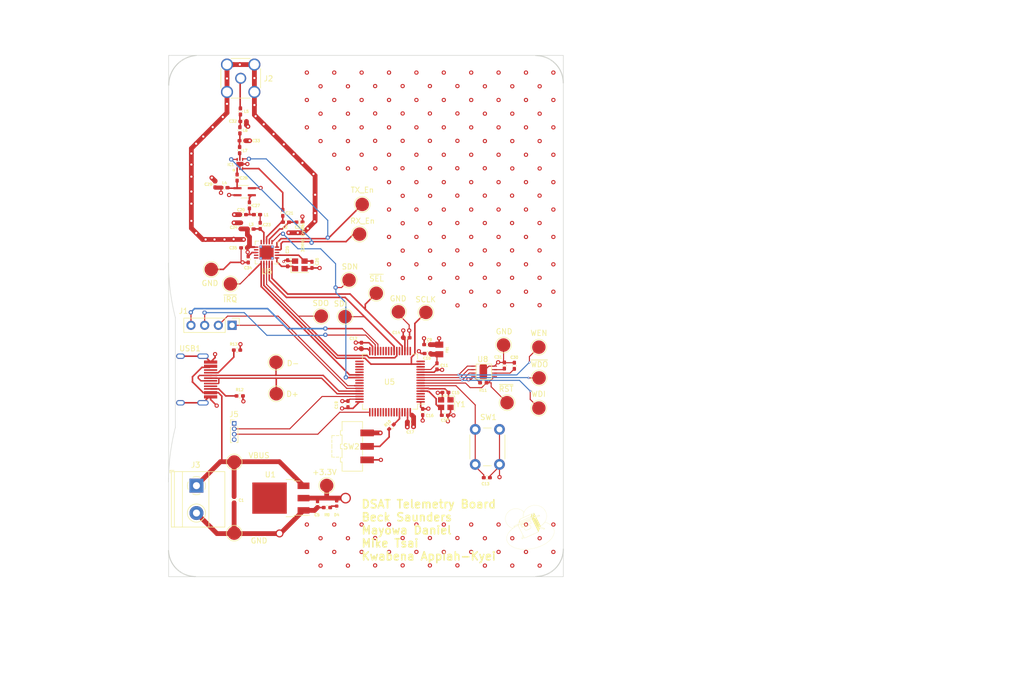
<source format=kicad_pcb>
(kicad_pcb (version 20211014) (generator pcbnew)
  (title_block (title "DSAT Telemetry Board") (company "Beck Saunders, Mayowa Daniel, Mike Tsai, Kwabena Appiah-Kyei"))
  (layers (0 "F.Cu" signal) (1 "In1.Cu" power "Power") (2 "In2.Cu" power "GND") (31 "B.Cu" signal) (34 "B.Paste" user) (35 "F.Paste" user) (36 "B.SilkS" user "B.Silkscreen") (37 "F.SilkS" user "F.Silkscreen") (38 "B.Mask" user) (39 "F.Mask" user) (44 "Edge.Cuts" user))
  (net 0 "")
  (net 1 "VBUS")
  (net 4 "+3.3V")
  (net 5 "+3.3VA")
  (net 6 "/Microcontroller/NRST")
  (net 7 "/Microcontroller/Clock_Out")
  (net 8 "/Microcontroller/Clock_In")
  (net 9 "/RX_Switch1/RX")
  (net 10 "Net-(C21-Pad2)")
  (net 11 "Net-(C22-Pad1)")
  (net 12 "Net-(C23-Pad1)")
  (net 13 "Net-(C23-Pad2)")
  (net 14 "Net-(C25-Pad2)")
  (net 15 "Net-(C26-Pad1)")
  (net 16 "Net-(C27-Pad2)")
  (net 17 "Net-(C28-Pad1)")
  (net 18 "/Low Noise Amplifier1/TX_LNA")
  (net 19 "Net-(C30-Pad2)")
  (net 20 "Net-(C31-Pad2)")
  (net 21 "Net-(C32-Pad2)")
  (net 22 "Net-(C33-Pad2)")
  (net 23 "Net-(D4-Pad1)")
  (net 24 "/Transceiver1/TX_Transceiver")
  (net 25 "/TX_En")
  (net 26 "Net-(IC1-Pad5)")
  (net 27 "/RX_En")
  (net 28 "/Microcontroller/I2C1_SDA")
  (net 29 "/Microcontroller/I2C1_SCL")
  (net 30 "/Microcontroller/I2C2_SDA")
  (net 31 "/Microcontroller/I2C2_SCL")
  (net 32 "/RX_Switch1/Antenna")
  (net 33 "/Microcontroller/DEBUG_DIO")
  (net 34 "/Microcontroller/DEBUG_CLK")
  (net 35 "/Microcontroller/Boot0")
  (net 36 "Net-(R10-Pad2)")
  (net 37 "Net-(R12-Pad2)")
  (net 38 "Net-(R13-Pad1)")
  (net 39 "/D+")
  (net 40 "/D-")
  (net 41 "/~{RST}")
  (net 42 "/~{WDO}")
  (net 43 "/WDI")
  (net 44 "/WEN")
  (net 45 "/TX_~{IRQ}")
  (net 46 "/TX_SDN")
  (net 47 "/TX_SCLK")
  (net 48 "/TX_SDI")
  (net 49 "/TX_SDO")
  (net 50 "/TX_~{SEL}")
  (net 55 "GND")
  (footprint "Package_TO_SOT_SMD:SOT-343_SC-70-4_Handsoldering" (layer "F.Cu") (at 161.185008 77.971248)
    (fp_text reference "U7" hide)
    (fp_text value "PSA4-5043+")
  )
  (footprint "Capacitor_SMD:C_0402_1005Metric_Pad0.74x0.62mm_HandSolder" (layer "F.Cu") (at 160.950002 64.936248 180)
    (fp_text reference "C32")
    (fp_text value "10pF")
  )
  (footprint "TestPoint:TestPoint_Pad_D2.5mm" (layer "F.Cu") (at 185.601207 96.808)
    (fp_text reference "~{SEL}")
    (fp_text value "Test_~{SEL}")
  )
  (footprint "Capacitor_SMD:C_0402_1005Metric_Pad0.74x0.62mm_HandSolder" (layer "F.Cu") (at 198.3175 119.4425)
    (fp_text reference "C18")
    (fp_text value "10pF")
  )
  (footprint "Capacitor_SMD:C_0402_1005Metric_Pad0.74x0.62mm_HandSolder" (layer "F.Cu") (at 191.951207 120.658 180)
    (fp_text reference "C17")
    (fp_text value "100nF")
  )
  (footprint "TestPoint:TestPoint_Pad_D2.5mm" (layer "F.Cu") (at 158.544002 95.080248)
    (fp_text reference "~{IRQ}")
    (fp_text value "Test_~{IRQ}")
  )
  (footprint "Capacitor_SMD:C_0402_1005Metric_Pad0.74x0.62mm_HandSolder" (layer "F.Cu") (at 159.785008 75.353741 90)
    (fp_text reference "C28")
    (fp_text value "1.5nF")
  )
  (footprint "Capacitor_SMD:C_0402_1005Metric_Pad0.74x0.62mm_HandSolder" (layer "F.Cu") (at 198.4175 115.1925)
    (fp_text reference "C15")
    (fp_text value "10pF")
  )
  (footprint "TestPoint:TestPoint_Pad_D2.5mm" (layer "F.Cu") (at 209.85 117.1)
    (fp_text reference "~{RST}")
    (fp_text value "Test_~{RST}")
  )
  (footprint "Capacitor_SMD:C_0402_1005Metric_Pad0.74x0.62mm_HandSolder" (layer "F.Cu") (at 162.067512 80.503748 90)
    (fp_text reference "C27")
    (fp_text value "100pF")
  )
  (footprint "Inductor_SMD:L_0402_1005Metric_Pad0.77x0.64mm_HandSolder" (layer "F.Cu") (at 162.267512 84.903748 180)
    (fp_text reference "L3")
    (fp_text value "220nH")
  )
  (footprint "Package_QFP:LQFP-64_10x10mm_P0.5mm" (layer "F.Cu") (at 188.15 113.2 180)
    (fp_text reference "U5")
    (fp_text value "STM32L433RCTx")
  )
  (footprint "Watchdog_Footprints:Logo" (layer "F.Cu") (at 214.2 140.2)
    (fp_text reference "G***" hide)
    (fp_text value "LOGO" hide)
  )
  (footprint "Resistor_SMD:R_0402_1005Metric_Pad0.72x0.64mm_HandSolder" (layer "F.Cu") (at 188.404 121.582 -135)
    (fp_text reference "R10")
    (fp_text value "10kOhm")
  )
  (footprint "Resistor_SMD:R_0402_1005Metric_Pad0.72x0.64mm_HandSolder" (layer "F.Cu") (at 205.451207 113.408 180)
    (fp_text reference "R11")
    (fp_text value "100kOhm")
  )
  (footprint "Type-C:HRO-TYPE-C-31-M-12-HandSoldering" (layer "F.Cu") (at 146.676 112.79802 -90)
    (fp_text reference "USB1")
    (fp_text value "HRO-TYPE-C-31-M-12")
  )
  (footprint "Inductor_SMD:L_0402_1005Metric_Pad0.77x0.64mm_HandSolder" (layer "F.Cu") (at 160.300002 66.581248 -90)
    (fp_text reference "L6")
    (fp_text value "36nH")
  )
  (footprint "Watchdog_Footprints:Watchdog_Timer" (layer "F.Cu") (at 206.991207 109.948 180)
    (fp_text reference "U8")
    (fp_text value "Watchdog_Timer")
  )
  (footprint "Package_DFN_QFN:QFN-20-1EP_4x4mm_P0.5mm_EP2.6x2.6mm_ThermalVias" (layer "F.Cu") (at 165.249994 89.253759 -90)
    (fp_text reference "U6")
    (fp_text value "Si4463")
  )
  (footprint "Capacitor_SMD:C_0402_1005Metric_Pad0.74x0.62mm_HandSolder" (layer "F.Cu") (at 194.201207 118.8255 -90)
    (fp_text reference "C16")
    (fp_text value "100nF")
  )
  (footprint "Capacitor_SMD:C_0402_1005Metric_Pad0.74x0.62mm_HandSolder" (layer "F.Cu") (at 211.201207 110.258 -90)
    (fp_text reference "C30")
    (fp_text value "10nF")
  )
  (footprint "Capacitor_SMD:C_0402_1005Metric_Pad0.74x0.62mm_HandSolder" (layer "F.Cu") (at 160.800002 68.513748 180)
    (fp_text reference "C33")
    (fp_text value "12pF")
  )
  (footprint "TestPoint:TestPoint_Pad_D2.5mm" (layer "F.Cu") (at 159.25 128.1 180)
    (fp_text reference "VBUS")
    (fp_text value "Test_VBUS")
  )
  (footprint "TestPoint:TestPoint_Pad_D2.5mm" (layer "F.Cu") (at 194.801207 100.358)
    (fp_text reference "SCLK")
    (fp_text value "Test_SCLK")
  )
  (footprint "TestPoint:TestPoint_Pad_D2.5mm" (layer "F.Cu") (at 215.801207 112.508)
    (fp_text reference "~{WDO}")
    (fp_text value "Test_~{WDO}")
  )
  (footprint "TestPoint:TestPoint_Pad_D2.5mm" (layer "F.Cu") (at 179.8 101.15)
    (fp_text reference "SDI")
    (fp_text value "Test_SDI")
  )
  (footprint "Connector_Coaxial:SMA_Amphenol_132134_Vertical" (layer "F.Cu") (at 160.450002 56.936248)
    (fp_text reference "J2")
    (fp_text value "Conn_Coaxial")
  )
  (footprint "BLM21PG221SN1D:BEADC2012X105N" (layer "F.Cu") (at 197.294 107.23 90)
    (fp_text reference "FB1")
    (fp_text value "120R")
  )
  (footprint "Capacitor_SMD:C_0402_1005Metric_Pad0.74x0.62mm_HandSolder" (layer "F.Cu") (at 182.85 106.55 90)
    (fp_text reference "C12")
    (fp_text value "100nF")
  )
  (footprint "TestPoint:TestPoint_Pad_D2.5mm" (layer "F.Cu") (at 176.4 132.45)
    (fp_text reference "+3.3V")
    (fp_text value "Test_VDD")
  )
  (footprint "TestPoint:TestPoint_Pad_D2.5mm" (layer "F.Cu") (at 182.504002 85.840248)
    (fp_text reference "RX_En")
    (fp_text value "Test_RX_En")
  )
  (footprint "Crystal:Crystal_SMD_2520-4Pin_2.5x2.0mm" (layer "F.Cu") (at 198.4925 117.275 180)
    (fp_text reference "Y1")
    (fp_text value "16MHz")
  )
  (footprint "Capacitor_SMD:C_0402_1005Metric_Pad0.74x0.62mm_HandSolder" (layer "F.Cu") (at 161.844002 90.530248 90)
    (fp_text reference "C34")
    (fp_text value "100nF")
  )
  (footprint "CG2409X3-C2:SON50P150X150X40-7N" (layer "F.Cu") (at 160.300002 72.836248 90)
    (fp_text reference "IC1")
    (fp_text value "CG2409X3-C2" hide)
  )
  (footprint "Crystal:Crystal_SMD_2520-4Pin_2.5x2.0mm" (layer "F.Cu") (at 171.414 91.5455)
    (fp_text reference "Y2" hide)
    (fp_text value "30MHz")
  )
  (footprint "Capacitor_SMD:C_0402_1005Metric_Pad0.74x0.62mm_HandSolder" (layer "F.Cu") (at 173.664 91.5455 -90)
    (fp_text reference "C26")
    (fp_text value "20uF")
  )
  (footprint "Capacitor_SMD:C_0402_1005Metric_Pad0.74x0.62mm_HandSolder" (layer "F.Cu") (at 195.044 106.33 180)
    (fp_text reference "C9")
    (fp_text value "1uF")
  )
  (footprint "TestPoint:TestPoint_Pad_D2.5mm" (layer "F.Cu") (at 180.55 94.35)
    (fp_text reference "SDN")
    (fp_text value "Test_SDN")
  )
  (footprint "Capacitor_SMD:C_0402_1005Metric_Pad0.74x0.62mm_HandSolder" (layer "F.Cu") (at 171.350002 83.621248)
    (fp_text reference "C22")
    (fp_text value "4.48pF")
  )
  (footprint "TestPoint:TestPoint_Pad_D2.5mm" (layer "F.Cu") (at 209.201207 106.408)
    (fp_text reference "GND")
    (fp_text value "Test_Watchdog_GND")
  )
  (footprint "Capacitor_SMD:C_0402_1005Metric_Pad0.74x0.62mm_HandSolder" (layer "F.Cu") (at 169.164 91.2455 -90)
    (fp_text reference "C25")
    (fp_text value "20uF")
  )
  (footprint "Capacitor_SMD:C_0402_1005Metric_Pad0.74x0.62mm_HandSolder" (layer "F.Cu") (at 174.7 135.95 90)
    (fp_text reference "C5")
    (fp_text value "22uF")
  )
  (footprint "Capacitor_SMD:C_0402_1005Metric_Pad0.74x0.62mm_HandSolder" (layer "F.Cu") (at 160.867512 82.221248)
    (fp_text reference "C20")
    (fp_text value "15pF")
  )
  (footprint "Capacitor_SMD:C_0402_1005Metric_Pad0.74x0.62mm_HandSolder" (layer "F.Cu") (at 168.250002 81.886248 -90)
    (fp_text reference "C21")
    (fp_text value "4.48pF")
  )
  (footprint "Inductor_SMD:L_0402_1005Metric_Pad0.77x0.64mm_HandSolder" (layer "F.Cu") (at 168.850002 83.621248)
    (fp_text reference "L2")
    (fp_text value "41.9nH")
  )
  (footprint "TestPoint:TestPoint_Pad_D2.5mm" (layer "F.Cu") (at 189.7 100.25)
    (fp_text reference "GND")
    (fp_text value "Test_SPI_GND")
  )
  (footprint "Inductor_SMD:L_0402_1005Metric_Pad0.77x0.64mm_HandSolder" (layer "F.Cu") (at 163.467512 82.221248 180)
    (fp_text reference "L1")
    (fp_text value "33nH")
  )
  (footprint "Button_Switch_THT:SW_PUSH_6mm_H4.3mm" (layer "F.Cu") (at 203.951207 128.55 90)
    (fp_text reference "SW1")
    (fp_text value "SW_Push")
  )
  (footprint "Inductor_SMD:L_0402_1005Metric_Pad0.77x0.64mm_HandSolder" (layer "F.Cu") (at 160.250002 70.263748 -90)
    (fp_text reference "L7")
    (fp_text value "30nH")
  )
  (footprint "Resistor_SMD:R_0402_1005Metric_Pad0.72x0.64mm_HandSolder" (layer "F.Cu") (at 176.45 136.55 180)
    (fp_text reference "R8")
    (fp_text value "1k5")
  )
  (footprint "Button_Switch_SMD:SW_SPDT_CK-JS102011SAQN" (layer "F.Cu") (at 181.151207 125.208 -90)
    (fp_text reference "SW2")
    (fp_text value "SW_SPDT")
  )
  (footprint "Capacitor_SMD:C_0402_1005Metric_Pad0.74x0.62mm_HandSolder" (layer "F.Cu") (at 206.101207 131.008)
    (fp_text reference "C13")
    (fp_text value "100nF")
  )
  (footprint "TerminalBlock_Phoenix:TerminalBlock_Phoenix_MKDS-1,5-2-5.08_1x02_P5.08mm_Horizontal" (layer "F.Cu") (at 152.245 132.49 -90)
    (fp_text reference "J3")
    (fp_text value "Conn_01x02_Female")
  )
  (footprint "Capacitor_SMD:C_0402_1005Metric_Pad0.74x0.62mm_HandSolder" (layer "F.Cu") (at 191.201207 105.058)
    (fp_text reference "C14")
    (fp_text value "100nF")
  )
  (footprint "Resistor_SMD:R_0402_1005Metric_Pad0.72x0.64mm_HandSolder" (layer "F.Cu") (at 159.771008 107.348019)
    (fp_text reference "R13")
    (fp_text value "5.1k")
  )
  (footprint "Capacitor_SMD:C_0402_1005Metric_Pad0.74x0.62mm_HandSolder" (layer "F.Cu") (at 161.094002 88.380248)
    (fp_text reference "C35")
    (fp_text value "100nF")
  )
  (footprint "TestPoint:TestPoint_Pad_D2.5mm" (layer "F.Cu") (at 215.751207 106.8)
    (fp_text reference "WEN")
    (fp_text value "Test_WEN")
  )
  (footprint "Package_TO_SOT_SMD:TO-252-3_TabPin2" (layer "F.Cu") (at 167.9 134.8 180)
    (fp_text reference "U1")
    (fp_text value "AZ1084-3.3")
  )
  (footprint "Connector_PinHeader_2.54mm:PinHeader_1x04_P2.54mm_Vertical" (layer "F.Cu") (at 158.85 102.75 -90)
    (fp_text reference "J1")
    (fp_text value "Conn_01x04_Female")
  )
  (footprint "Capacitor_SMD:C_0402_1005Metric_Pad0.74x0.62mm_HandSolder" (layer "F.Cu") (at 155.700002 76.586248 90)
    (fp_text reference "C29")
    (fp_text value "0.1uF")
  )
  (footprint "TestPoint:TestPoint_Pad_D2.5mm" (layer "F.Cu") (at 182.994002 80.330248)
    (fp_text reference "TX_En")
    (fp_text value "Test_TX_En")
  )
  (footprint "Capacitor_SMD:C_0402_1005Metric_Pad0.74x0.62mm_HandSolder" (layer "F.Cu") (at 164.067512 84.303748 90)
    (fp_text reference "C23")
    (fp_text value "9.2nF")
  )
  (footprint "TestPoint:TestPoint_Pad_D2.5mm" (layer "F.Cu") (at 167.05 115.45)
    (fp_text reference "D+")
    (fp_text value "Test_USB+")
  )
  (footprint "Connector_PinHeader_1.00mm:PinHeader_1x04_P1.00mm_Vertical" (layer "F.Cu") (at 159.25 120.95)
    (fp_text reference "J5")
    (fp_text value "Conn_01x04_Male")
  )
  (footprint "TestPoint:TestPoint_Pad_D2.5mm" (layer "F.Cu") (at 175.4 101.05 -90)
    (fp_text reference "SDO")
    (fp_text value "Test_SDO")
  )
  (footprint "Capacitor_SMD:C_0402_1005Metric_Pad0.74x0.62mm_HandSolder" (layer "F.Cu") (at 209.351207 110.208 -90)
    (fp_text reference "C31")
    (fp_text value "10nF")
  )
  (footprint "Capacitor_SMD:C_0402_1005Metric_Pad0.74x0.62mm_HandSolder" (layer "F.Cu") (at 195.1115 107.98 180)
    (fp_text reference "C10")
    (fp_text value "1uF")
  )
  (footprint "TestPoint:TestPoint_Pad_D2.5mm" (layer "F.Cu") (at 215.75 118.1)
    (fp_text reference "WDI")
    (fp_text value "Test_WDI")
  )
  (footprint "Capacitor_SMD:C_0402_1005Metric_Pad0.74x0.62mm_HandSolder" (layer "F.Cu") (at 180.351207 117.358 90)
    (fp_text reference "C19")
    (fp_text value "10uF")
  )
  (footprint "TestPoint:TestPoint_Pad_D2.5mm" (layer "F.Cu") (at 154.994002 92.380248)
    (fp_text reference "GND")
    (fp_text value "Test_RX_TX_GND")
  )
  (footprint "Capacitor_SMD:C_0402_1005Metric_Pad0.74x0.62mm_HandSolder" (layer "F.Cu") (at 160.467512 84.303748 -90)
    (fp_text reference "C24")
    (fp_text value "0.1uF")
  )
  (footprint "Capacitor_SMD:C_0402_1005Metric_Pad0.74x0.62mm_HandSolder" (layer "F.Cu") (at 196.851207 110.358 -90)
    (fp_text reference "C11")
    (fp_text value "10nF")
  )
  (footprint "Capacitor_SMD:C_0402_1005Metric_Pad0.74x0.62mm_HandSolder" (layer "F.Cu") (at 159.23 135.0975 90)
    (fp_text reference "C1")
    (fp_text value "22uF")
  )
  (footprint "Resistor_SMD:R_0402_1005Metric_Pad0.72x0.64mm_HandSolder" (layer "F.Cu") (at 160.271008 115.848019 180)
    (fp_text reference "R12")
    (fp_text value "5.1k")
  )
  (footprint "Inductor_SMD:L_0402_1005Metric_Pad0.77x0.64mm_HandSolder" (layer "F.Cu") (at 160.400002 63.086248 -90)
    (fp_text reference "L5")
    (fp_text value "22nH")
  )
  (footprint "TestPoint:TestPoint_Pad_D2.5mm" (layer "F.Cu") (at 167 109.6)
    (fp_text reference "D-")
    (fp_text value "Test_USB-")
  )
  (footprint "Inductor_SMD:L_0402_1005Metric_Pad0.77x0.64mm_HandSolder" (layer "F.Cu") (at 157.435008 77.221248)
    (fp_text reference "L4")
    (fp_text value "3uH")
  )
  (footprint "LED_SMD:LED_0402_1005Metric" (layer "F.Cu") (at 178.25 135.8 90)
    (fp_text reference "D4")
    (fp_text value "LED")
  )
  (footprint "TestPoint:TestPoint_Pad_D2.5mm" (layer "F.Cu") (at 159.25 141.3 180)
    (fp_text reference "GND")
    (fp_text value "Test_VBUS_gnd")
  )
  (gr_arc (start 215.2 52.72) (mid 218.792102 54.207898) (end 220.28 57.8) (layer "Edge.Cuts") (width 0.2))
  (gr_arc (start 148.336 101.346) (mid 147.384731 96.305534) (end 147.066 91.186) (layer "Edge.Cuts") (width 0.1))
  (gr_rect (start 147.081781 149.376) (end 220.286 52.696) (layer "Edge.Cuts") (width 0.1) (fill none))
  (gr_arc (start 147.102102 58.202102) (mid 148.566569 54.459626) (end 152.182102 52.705) (layer "Edge.Cuts") (width 0.2))
  (gr_line (start 148.336 101.346) (end 148.336 121.666) (layer "Edge.Cuts") (width 0.1))
  (gr_arc (start 220.287898 144.257898) (mid 218.8 147.85) (end 215.207898 149.337898) (layer "Edge.Cuts") (width 0.2))
  (gr_arc (start 152.05 149.35) (mid 148.581887 147.946488) (end 147.066 144.526) (layer "Edge.Cuts") (width 0.2))
  (gr_arc (start 147.066 131.826) (mid 147.384731 126.706466) (end 148.336 121.666) (layer "Edge.Cuts") (width 0.1))
  (gr_text "32MHz Crystal\n" (at 171.96106 86.442294 90) (layer "F.SilkS") (effects (font (size 0.5 0.5) (thickness 0.125))))
  (gr_text "DSAT Telemetry Board\nBeck Saunders\nMayowa Daniel\nMike Tsai\nKwabena Appiah-Kyei" (at 182.7 140.75) (layer "F.SilkS") (effects (font (size 1.5 1.5) (thickness 0.3)) (justify left)))
  (via micro (at 190.48829 58.380674) (size 0.8) (drill 0.4) (layers "F.Cu" "In2.Cu") (net 0))
  (via micro (at 175.26 147.32) (size 0.8) (drill 0.4) (layers "F.Cu" "In2.Cu") (net 0))
  (via micro (at 187.96 81.28) (size 0.8) (drill 0.4) (layers "F.Cu" "In2.Cu") (net 0))
  (via micro (at 187.96 144.78) (size 0.8) (drill 0.4) (layers "F.Cu" "In2.Cu") (net 0))
  (via micro (at 175.26 63.5) (size 0.8) (drill 0.4) (layers "F.Cu" "In2.Cu") (net 0))
  (via micro (at 190.5 93.98) (size 0.8) (drill 0.4) (layers "F.Cu" "In2.Cu") (net 0))
  (via micro (at 218.44 144.78) (size 0.8) (drill 0.4) (layers "F.Cu" "In2.Cu") (net 0))
  (via micro (at 195.540674 58.380674) (size 0.8) (drill 0.4) (layers "F.Cu" "In2.Cu") (net 0))
  (via micro (at 203.2 55.88) (size 0.8) (drill 0.4) (layers "F.Cu" "In2.Cu") (net 0))
  (via micro (at 195.540674 142.200674) (size 0.8) (drill 0.4) (layers "F.Cu" "In2.Cu") (net 0))
  (via micro (at 210.784872 99.020674) (size 0.8) (drill 0.4) (layers "F.Cu" "In2.Cu") (net 0))
  (via micro (at 187.96 91.44) (size 0.8) (drill 0.4) (layers "F.Cu" "In2.Cu") (net 0))
  (via micro (at 200.624872 78.700674) (size 0.8) (drill 0.4) (layers "F.Cu" "In2.Cu") (net 0))
  (via micro (at 187.96 86.36) (size 0.8) (drill 0.4) (layers "F.Cu" "In2.Cu") (net 0))
  (via micro (at 182.88 139.7) (size 0.8) (drill 0.4) (layers "F.Cu" "In2.Cu") (net 0))
  (via micro (at 177.8 60.96) (size 0.8) (drill 0.4) (layers "F.Cu" "In2.Cu") (net 0))
  (via micro (at 200.644093 58.380674) (size 0.8) (drill 0.4) (layers "F.Cu" "In2.Cu") (net 0))
  (via micro (at 193.04 76.2) (size 0.8) (drill 0.4) (layers "F.Cu" "In2.Cu") (net 0))
  (via micro (at 172.72 139.7) (size 0.8) (drill 0.4) (layers "F.Cu" "In2.Cu") (net 0))
  (via micro (at 213.36 86.36) (size 0.8) (drill 0.4) (layers "F.Cu" "In2.Cu") (net 0))
  (via micro (at 198.12 76.2) (size 0.8) (drill 0.4) (layers "F.Cu" "In2.Cu") (net 0))
  (via micro (at 208.28 81.28) (size 0.8) (drill 0.4) (layers "F.Cu" "In2.Cu") (net 0))
  (via micro (at 195.58 88.9) (size 0.8) (drill 0.4) (layers "F.Cu" "In2.Cu") (net 0))
  (via micro (at 172.72 55.88) (size 0.8) (drill 0.4) (layers "F.Cu" "In2.Cu") (net 0))
  (via micro (at 177.8 66.04) (size 0.8) (drill 0.4) (layers "F.Cu" "In2.Cu") (net 0))
  (via micro (at 198.12 66.04) (size 0.8) (drill 0.4) (layers "F.Cu" "In2.Cu") (net 0))
  (via micro (at 187.96 66.04) (size 0.8) (drill 0.4) (layers "F.Cu" "In2.Cu") (net 0))
  (via micro (at 208.28 76.2) (size 0.8) (drill 0.4) (layers "F.Cu" "In2.Cu") (net 0))
  (via micro (at 215.9 58.42) (size 0.8) (drill 0.4) (layers "F.Cu" "In2.Cu") (net 0))
  (via micro (at 193.04 139.7) (size 0.8) (drill 0.4) (layers "F.Cu" "In2.Cu") (net 0))
  (via micro (at 190.48829 63.460674) (size 0.8) (drill 0.4) (layers "F.Cu" "In2.Cu") (net 0))
  (via micro (at 185.384872 147.280674) (size 0.8) (drill 0.4) (layers "F.Cu" "In2.Cu") (net 0))
  (via micro (at 203.2 66.04) (size 0.8) (drill 0.4) (layers "F.Cu" "In2.Cu") (net 0))
  (via micro (at 210.82 63.5) (size 0.8) (drill 0.4) (layers "F.Cu" "In2.Cu") (net 0))
  (via micro (at 195.58 78.74) (size 0.8) (drill 0.4) (layers "F.Cu" "In2.Cu") (net 0))
  (via micro (at 198.12 91.44) (size 0.8) (drill 0.4) (layers "F.Cu" "In2.Cu") (net 0))
  (via micro (at 210.780674 88.860674) (size 0.8) (drill 0.4) (layers "F.Cu" "In2.Cu") (net 0))
  (via micro (at 218.44 60.96) (size 0.8) (drill 0.4) (layers "F.Cu" "In2.Cu") (net 0))
  (via micro (at 210.780674 93.940674) (size 0.8) (drill 0.4) (layers "F.Cu" "In2.Cu") (net 0))
  (via micro (at 208.28 60.96) (size 0.8) (drill 0.4) (layers "F.Cu" "In2.Cu") (net 0))
  (via micro (at 195.540674 147.280674) (size 0.8) (drill 0.4) (layers "F.Cu" "In2.Cu") (net 0))
  (via micro (at 203.2 144.78) (size 0.8) (drill 0.4) (layers "F.Cu" "In2.Cu") (net 0))
  (via micro (at 185.42 73.66) (size 0.8) (drill 0.4) (layers "F.Cu" "In2.Cu") (net 0))
  (via micro (at 208.28 139.7) (size 0.8) (drill 0.4) (layers "F.Cu" "In2.Cu") (net 0))
  (via micro (at 187.96 71.12) (size 0.8) (drill 0.4) (layers "F.Cu" "In2.Cu") (net 0))
  (via micro (at 210.82 68.58) (size 0.8) (drill 0.4) (layers "F.Cu" "In2.Cu") (net 0))
  (via micro (at 210.82 142.24) (size 0.8) (drill 0.4) (layers "F.Cu" "In2.Cu") (net 0))
  (via micro (at 172.72 66.04) (size 0.8) (drill 0.4) (layers "F.Cu" "In2.Cu") (net 0))
  (via micro (at 218.44 86.36) (size 0.8) (drill 0.4) (layers "F.Cu" "In2.Cu") (net 0))
  (via micro (at 210.82 58.42) (size 0.8) (drill 0.4) (layers "F.Cu" "In2.Cu") (net 0))
  (via micro (at 203.2 81.28) (size 0.8) (drill 0.4) (layers "F.Cu" "In2.Cu") (net 0))
  (via micro (at 195.56829 73.620674) (size 0.8) (drill 0.4) (layers "F.Cu" "In2.Cu") (net 0))
  (via micro (at 205.72829 93.940674) (size 0.8) (drill 0.4) (layers "F.Cu" "In2.Cu") (net 0))
  (via micro (at 215.9 73.66) (size 0.8) (drill 0.4) (layers "F.Cu" "In2.Cu") (net 0))
  (via micro (at 193.04 66.04) (size 0.8) (drill 0.4) (layers "F.Cu" "In2.Cu") (net 0))
  (via micro (at 193.04 60.96) (size 0.8) (drill 0.4) (layers "F.Cu" "In2.Cu") (net 0))
  (via micro (at 198.12 139.7) (size 0.8) (drill 0.4) (layers "F.Cu" "In2.Cu") (net 0))
  (via micro (at 193.04 86.36) (size 0.8) (drill 0.4) (layers "F.Cu" "In2.Cu") (net 0))
  (via micro (at 180.34 63.5) (size 0.8) (drill 0.4) (layers "F.Cu" "In2.Cu") (net 0))
  (via micro (at 205.74 147.32) (size 0.8) (drill 0.4) (layers "F.Cu" "In2.Cu") (net 0))
  (via micro (at 177.8 55.88) (size 0.8) (drill 0.4) (layers "F.Cu" "In2.Cu") (net 0))
  (via micro (at 208.28 55.88) (size 0.8) (drill 0.4) (layers "F.Cu" "In2.Cu") (net 0))
  (via micro (at 205.72829 88.860674) (size 0.8) (drill 0.4) (layers "F.Cu" "In2.Cu") (net 0))
  (via micro (at 200.624872 88.860674) (size 0.8) (drill 0.4) (layers "F.Cu" "In2.Cu") (net 0))
  (via micro (at 215.884093 93.940674) (size 0.8) (drill 0.4) (layers "F.Cu" "In2.Cu") (net 0))
  (via micro (at 182.88 66.04) (size 0.8) (drill 0.4) (layers "F.Cu" "In2.Cu") (net 0))
  (via micro (at 200.644093 63.460674) (size 0.8) (drill 0.4) (layers "F.Cu" "In2.Cu") (net 0))
  (via micro (at 190.48829 147.280674) (size 0.8) (drill 0.4) (layers "F.Cu" "In2.Cu") (net 0))
  (via micro (at 213.36 139.7) (size 0.8) (drill 0.4) (layers "F.Cu" "In2.Cu") (net 0))
  (via micro (at 195.58 83.82) (size 0.8) (drill 0.4) (layers "F.Cu" "In2.Cu") (net 0))
  (via micro (at 215.9 147.32) (size 0.8) (drill 0.4) (layers "F.Cu" "In2.Cu") (net 0))
  (via micro (at 187.96 55.88) (size 0.8) (drill 0.4) (layers "F.Cu" "In2.Cu") (net 0))
  (via micro (at 218.44 55.88) (size 0.8) (drill 0.4) (layers "F.Cu" "In2.Cu") (net 0))
  (via micro (at 172.72 144.78) (size 0.8) (drill 0.4) (layers "F.Cu" "In2.Cu") (net 0))
  (via micro (at 213.36 55.88) (size 0.8) (drill 0.4) (layers "F.Cu" "In2.Cu") (net 0))
  (via micro (at 213.36 91.44) (size 0.8) (drill 0.4) (layers "F.Cu" "In2.Cu") (net 0))
  (via micro (at 215.9 63.5) (size 0.8) (drill 0.4) (layers "F.Cu" "In2.Cu") (net 0))
  (via micro (at 218.44 96.52) (size 0.8) (drill 0.4) (layers "F.Cu" "In2.Cu") (net 0))
  (via micro (at 198.12 71.12) (size 0.8) (drill 0.4) (layers "F.Cu" "In2.Cu") (net 0))
  (via micro (at 193.04 55.88) (size 0.8) (drill 0.4) (layers "F.Cu" "In2.Cu") (net 0))
  (via micro (at 190.48829 142.200674) (size 0.8) (drill 0.4) (layers "F.Cu" "In2.Cu") (net 0))
  (via micro (at 180.34 73.66) (size 0.8) (drill 0.4) (layers "F.Cu" "In2.Cu") (net 0))
  (via micro (at 198.12 144.78) (size 0.8) (drill 0.4) (layers "F.Cu" "In2.Cu") (net 0))
  (via micro (at 208.28 96.52) (size 0.8) (drill 0.4) (layers "F.Cu" "In2.Cu") (net 0))
  (via micro (at 185.384872 63.460674) (size 0.8) (drill 0.4) (layers "F.Cu" "In2.Cu") (net 0))
  (via micro (at 180.34 147.32) (size 0.8) (drill 0.4) (layers "F.Cu" "In2.Cu") (net 0))
  (via micro (at 175.26 68.58) (size 0.8) (drill 0.4) (layers "F.Cu" "In2.Cu") (net 0))
  (via micro (at 190.5 88.9) (size 0.8) (drill 0.4) (layers "F.Cu" "In2.Cu") (net 0))
  (via micro (at 198.12 86.36) (size 0.8) (drill 0.4) (layers "F.Cu" "In2.Cu") (net 0))
  (via micro (at 180.34 142.24) (size 0.8) (drill 0.4) (layers "F.Cu" "In2.Cu") (net 0))
  (via micro (at 205.74 63.5) (size 0.8) (drill 0.4) (layers "F.Cu" "In2.Cu") (net 0))
  (via micro (at 180.34 68.58) (size 0.8) (drill 0.4) (layers "F.Cu" "In2.Cu") (net 0))
  (via micro (at 215.9 68.58) (size 0.8) (drill 0.4) (layers "F.Cu" "In2.Cu") (net 0))
  (via micro (at 208.28 91.44) (size 0.8) (drill 0.4) (layers "F.Cu" "In2.Cu") (net 0))
  (via micro (at 200.644093 147.280674) (size 0.8) (drill 0.4) (layers "F.Cu" "In2.Cu") (net 0))
  (via micro (at 187.96 60.96) (size 0.8) (drill 0.4) (layers "F.Cu" "In2.Cu") (net 0))
  (via micro (at 198.12 96.52) (size 0.8) (drill 0.4) (layers "F.Cu" "In2.Cu") (net 0))
  (via micro (at 177.8 144.78) (size 0.8) (drill 0.4) (layers "F.Cu" "In2.Cu") (net 0))
  (via micro (at 205.74 58.42) (size 0.8) (drill 0.4) (layers "F.Cu" "In2.Cu") (net 0))
  (via micro (at 193.04 71.12) (size 0.8) (drill 0.4) (layers "F.Cu" "In2.Cu") (net 0))
  (via micro (at 190.48829 68.540674) (size 0.8) (drill 0.4) (layers "F.Cu" "In2.Cu") (net 0))
  (via micro (at 210.82 147.32) (size 0.8) (drill 0.4) (layers "F.Cu" "In2.Cu") (net 0))
  (via micro (at 200.620674 73.620674) (size 0.8) (drill 0.4) (layers "F.Cu" "In2.Cu") (net 0))
  (via micro (at 172.72 60.96) (size 0.8) (drill 0.4) (layers "F.Cu" "In2.Cu") (net 0))
  (via micro (at 215.884093 88.860674) (size 0.8) (drill 0.4) (layers "F.Cu" "In2.Cu") (net 0))
  (via micro (at 195.540674 68.540674) (size 0.8) (drill 0.4) (layers "F.Cu" "In2.Cu") (net 0))
  (via micro (at 218.44 139.7) (size 0.8) (drill 0.4) (layers "F.Cu" "In2.Cu") (net 0))
  (via micro (at 175.26 58.42) (size 0.8) (drill 0.4) (layers "F.Cu" "In2.Cu") (net 0))
  (via micro (at 218.44 66.04) (size 0.8) (drill 0.4) (layers "F.Cu" "In2.Cu") (net 0))
  (via micro (at 215.884093 83.780674) (size 0.8) (drill 0.4) (layers "F.Cu" "In2.Cu") (net 0))
  (via micro (at 215.9 142.24) (size 0.8) (drill 0.4) (layers "F.Cu" "In2.Cu") (net 0))
  (via micro (at 210.82 73.66) (size 0.8) (drill 0.4) (layers "F.Cu" "In2.Cu") (net 0))
  (via micro (at 185.384872 68.540674) (size 0.8) (drill 0.4) (layers "F.Cu" "In2.Cu") (net 0))
  (via micro (at 185.384872 58.380674) (size 0.8) (drill 0.4) (layers "F.Cu" "In2.Cu") (net 0))
  (via micro (at 177.8 139.7) (size 0.8) (drill 0.4) (layers "F.Cu" "In2.Cu") (net 0))
  (via micro (at 218.44 81.28) (size 0.8) (drill 0.4) (layers "F.Cu" "In2.Cu") (net 0))
  (via micro (at 175.26 142.24) (size 0.8) (drill 0.4) (layers "F.Cu" "In2.Cu") (net 0))
  (via micro (at 190.5 83.82) (size 0.8) (drill 0.4) (layers "F.Cu" "In2.Cu") (net 0))
  (via micro (at 198.12 60.96) (size 0.8) (drill 0.4) (layers "F.Cu" "In2.Cu") (net 0))
  (via micro (at 182.88 71.12) (size 0.8) (drill 0.4) (layers "F.Cu" "In2.Cu") (net 0))
  (via micro (at 210.780674 83.780674) (size 0.8) (drill 0.4) (layers "F.Cu" "In2.Cu") (net 0))
  (via micro (at 205.74 68.58) (size 0.8) (drill 0.4) (layers "F.Cu" "In2.Cu") (net 0))
  (via micro (at 200.66 99.06) (size 0.8) (drill 0.4) (layers "F.Cu" "In2.Cu") (net 0))
  (via micro (at 182.88 60.96) (size 0.8) (drill 0.4) (layers "F.Cu" "In2.Cu") (net 0))
  (via micro (at 182.88 55.88) (size 0.8) (drill 0.4) (layers "F.Cu" "In2.Cu") (net 0))
  (via micro (at 215.88829 99.020674) (size 0.8) (drill 0.4) (layers "F.Cu" "In2.Cu") (net 0))
  (via micro (at 203.2 86.36) (size 0.8) (drill 0.4) (layers "F.Cu" "In2.Cu") (net 0))
  (via micro (at 208.28 144.78) (size 0.8) (drill 0.4) (layers "F.Cu" "In2.Cu") (net 0))
  (via micro (at 198.12 81.28) (size 0.8) (drill 0.4) (layers "F.Cu" "In2.Cu") (net 0))
  (via micro (at 213.36 76.2) (size 0.8) (drill 0.4) (layers "F.Cu" "In2.Cu") (net 0))
  (via micro (at 193.04 91.44) (size 0.8) (drill 0.4) (layers "F.Cu" "In2.Cu") (net 0))
  (via micro (at 203.2 76.2) (size 0.8) (drill 0.4) (layers "F.Cu" "In2.Cu") (net 0))
  (via micro (at 210.780674 78.700674) (size 0.8) (drill 0.4) (layers "F.Cu" "In2.Cu") (net 0))
  (via micro (at 177.8 71.12) (size 0.8) (drill 0.4) (layers "F.Cu" "In2.Cu") (net 0))
  (via micro (at 213.36 96.52) (size 0.8) (drill 0.4) (layers "F.Cu" "In2.Cu") (net 0))
  (via micro (at 213.36 81.28) (size 0.8) (drill 0.4) (layers "F.Cu" "In2.Cu") (net 0))
  (via micro (at 213.36 66.04) (size 0.8) (drill 0.4) (layers "F.Cu" "In2.Cu") (net 0))
  (via micro (at 213.36 60.96) (size 0.8) (drill 0.4) (layers "F.Cu" "In2.Cu") (net 0))
  (via micro (at 193.04 144.78) (size 0.8) (drill 0.4) (layers "F.Cu" "In2.Cu") (net 0))
  (via micro (at 198.12 55.88) (size 0.8) (drill 0.4) (layers "F.Cu" "In2.Cu") (net 0))
  (via micro (at 205.724093 73.620674) (size 0.8) (drill 0.4) (layers "F.Cu" "In2.Cu") (net 0))
  (via micro (at 203.2 71.12) (size 0.8) (drill 0.4) (layers "F.Cu" "In2.Cu") (net 0))
  (via micro (at 218.44 71.12) (size 0.8) (drill 0.4) (layers "F.Cu" "In2.Cu") (net 0))
  (via micro (at 180.34 58.42) (size 0.8) (drill 0.4) (layers "F.Cu" "In2.Cu") (net 0))
  (via micro (at 203.2 60.96) (size 0.8) (drill 0.4) (layers "F.Cu" "In2.Cu") (net 0))
  (via micro (at 205.74 99.06) (size 0.8) (drill 0.4) (layers "F.Cu" "In2.Cu") (net 0))
  (via micro (at 205.74 142.24) (size 0.8) (drill 0.4) (layers "F.Cu" "In2.Cu") (net 0))
  (via micro (at 200.644093 68.540674) (size 0.8) (drill 0.4) (layers "F.Cu" "In2.Cu") (net 0))
  (via micro (at 200.644093 142.200674) (size 0.8) (drill 0.4) (layers "F.Cu" "In2.Cu") (net 0))
  (via micro (at 200.624872 83.780674) (size 0.8) (drill 0.4) (layers "F.Cu" "In2.Cu") (net 0))
  (via micro (at 208.28 71.12) (size 0.8) (drill 0.4) (layers "F.Cu" "In2.Cu") (net 0))
  (via micro (at 213.36 71.12) (size 0.8) (drill 0.4) (layers "F.Cu" "In2.Cu") (net 0))
  (via micro (at 187.96 139.7) (size 0.8) (drill 0.4) (layers "F.Cu" "In2.Cu") (net 0))
  (via micro (at 187.96 76.2) (size 0.8) (drill 0.4) (layers "F.Cu" "In2.Cu") (net 0))
  (via micro (at 190.5 78.74) (size 0.8) (drill 0.4) (layers "F.Cu" "In2.Cu") (net 0))
  (via micro (at 208.28 66.04) (size 0.8) (drill 0.4) (layers "F.Cu" "In2.Cu") (net 0))
  (via micro (at 208.28 86.36) (size 0.8) (drill 0.4) (layers "F.Cu" "In2.Cu") (net 0))
  (via micro (at 203.2 96.52) (size 0.8) (drill 0.4) (layers "F.Cu" "In2.Cu") (net 0))
  (via micro (at 203.2 139.7) (size 0.8) (drill 0.4) (layers "F.Cu" "In2.Cu") (net 0))
  (via micro (at 200.624872 93.940674) (size 0.8) (drill 0.4) (layers "F.Cu" "In2.Cu") (net 0))
  (via micro (at 182.88 144.78) (size 0.8) (drill 0.4) (layers "F.Cu" "In2.Cu") (net 0))
  (via micro (at 190.464872 73.620674) (size 0.8) (drill 0.4) (layers "F.Cu" "In2.Cu") (net 0))
  (via micro (at 193.04 81.28) (size 0.8) (drill 0.4) (layers "F.Cu" "In2.Cu") (net 0))
  (via micro (at 203.2 91.44) (size 0.8) (drill 0.4) (layers "F.Cu" "In2.Cu") (net 0))
  (via micro (at 205.72829 83.780674) (size 0.8) (drill 0.4) (layers "F.Cu" "In2.Cu") (net 0))
  (via micro (at 215.884093 78.700674) (size 0.8) (drill 0.4) (layers "F.Cu" "In2.Cu") (net 0))
  (via micro (at 218.44 91.44) (size 0.8) (drill 0.4) (layers "F.Cu" "In2.Cu") (net 0))
  (via micro (at 195.540674 63.460674) (size 0.8) (drill 0.4) (layers "F.Cu" "In2.Cu") (net 0))
  (via micro (at 205.72829 78.700674) (size 0.8) (drill 0.4) (layers "F.Cu" "In2.Cu") (net 0))
  (via micro (at 195.58 93.98) (size 0.8) (drill 0.4) (layers "F.Cu" "In2.Cu") (net 0))
  (via micro (at 213.36 144.78) (size 0.8) (drill 0.4) (layers "F.Cu" "In2.Cu") (net 0))
  (via micro (at 218.44 76.2) (size 0.8) (drill 0.4) (layers "F.Cu" "In2.Cu") (net 0))
  (via micro (at 185.384872 142.200674) (size 0.8) (drill 0.4) (layers "F.Cu" "In2.Cu") (net 0))
  (segment (start 153.261 110.54802) (end 151.511 112.29802) (width 0.2921) (layer "F.Cu") (net 1))
  (segment (start 156.3131 115.24802) (end 156.95 115.88492) (width 0.2921) (layer "F.Cu") (net 1))
  (segment (start 154.871 115.24802) (end 156.3131 115.24802) (width 0.2921) (layer "F.Cu") (net 1))
  (segment (start 156.95 127.785) (end 156.69 128.045) (width 0.2921) (layer "F.Cu") (net 1))
  (segment (start 152.245 132.49) (end 156.69 128.045) (width 0.889) (layer "F.Cu") (net 1))
  (segment (start 151.511 112.29802) (end 151.511 113.253979) (width 0.2921) (layer "F.Cu") (net 1))
  (segment (start 167.625 128.045) (end 172.1 132.52) (width 0.889) (layer "F.Cu") (net 1))
  (segment (start 151.511 113.253979) (end 151.528423 113.271402) (width 0.2921) (layer "F.Cu") (net 1))
  (segment (start 154.671 110.54802) (end 154.871 110.34802) (width 0.2921) (layer "F.Cu") (net 1))
  (segment (start 156.95 115.88492) (end 156.95 127.785) (width 0.2921) (layer "F.Cu") (net 1))
  (segment (start 151.528423 113.271402) (end 151.511 113.253978) (width 0.2921) (layer "F.Cu") (net 1))
  (segment (start 159.23 134.53) (end 159.23 128.38) (width 0.889) (layer "F.Cu") (net 1))
  (segment (start 158.895 128.045) (end 167.625 128.045) (width 0.889) (layer "F.Cu") (net 1))
  (segment (start 154.871 115.24802) (end 153.505042 115.24802) (width 0.2921) (layer "F.Cu") (net 1))
  (segment (start 153.261 110.54802) (end 154.671 110.54802) (width 0.2921) (layer "F.Cu") (net 1))
  (segment (start 159.23 128.38) (end 158.895 128.045) (width 0.889) (layer "F.Cu") (net 1))
  (segment (start 156.69 128.045) (end 158.895 128.045) (width 0.889) (layer "F.Cu") (net 1))
  (segment (start 153.505042 115.24802) (end 151.528423 113.271402) (width 0.2921) (layer "F.Cu") (net 1))
  (segment (start 155.752508 77.221248) (end 155.685008 77.288748) (width 0.2921) (layer "F.Cu") (net 4))
  (segment (start 182.85 107.1175) (end 183.9925 107.1175) (width 0.2921) (layer "F.Cu") (net 4))
  (segment (start 181.801207 107.058) (end 182.7905 107.058) (width 0.293) (layer "F.Cu") (net 4))
  (segment (start 161.761502 88.430248) (end 161.953011 88.238739) (width 0.381) (layer "F.Cu") (net 4))
  (segment (start 204.853707 113.408) (end 204.824207 113.408) (width 0.2032) (layer "F.Cu") (net 4))
  (segment (start 190.601207 103.708) (end 190.601207 105.0255) (width 0.293) (layer "F.Cu") (net 4))
  (segment (start 161.695012 85.991179) (end 162.083002 86.379169) (width 0.889) (layer "F.Cu") (net 4))
  (segment (start 204.824207 113.408) (end 203.689207 112.273) (width 0.2032) (layer "F.Cu") (net 4))
  (segment (start 183.9925 107.1175) (end 184.4 107.525) (width 0.2921) (layer "F.Cu") (net 4))
  (segment (start 162.552991 89.253759) (end 163.324994 89.253759) (width 0.29337) (layer "F.Cu") (net 4))
  (segment (start 192.518707 120.658) (end 192.518707 121.549707) (width 0.889) (layer "F.Cu") (net 4))
  (segment (start 179.9 134.8) (end 176.15 134.8) (width 0.889) (layer "F.Cu") (net 4))
  (segment (start 192.518707 120.658) (end 192.518707 119.7255) (width 0.889) (layer "F.Cu") (net 4))
  (segment (start 192.518707 119.7255) (end 192.201207 119.408) (width 0.889) (layer "F.Cu") (net 4))
  (segment (start 190.601207 105.0255) (end 190.633707 105.058) (width 0.889) (layer "F.Cu") (net 4))
  (segment (start 162.083002 86.379169) (end 162.083002 87.958748) (width 0.889) (layer "F.Cu") (net 4))
  (segment (start 161.662512 84.871248) (end 161.695012 84.903748) (width 0.889) (layer "F.Cu") (net 4))
  (segment (start 180.583707 118.158) (end 180.351207 117.9255) (width 0.2921) (layer "F.Cu") (net 4))
  (segment (start 162.083002 87.958748) (end 161.661502 88.380248) (width 0.889) (layer "F.Cu") (net 4))
  (segment (start 197.251207 106.297207) (end 197.294 106.34) (width 0.889) (layer "F.Cu") (net 4))
  (segment (start 193.825 117.881793) (end 194.201207 118.258) (width 0.2921) (layer "F.Cu") (net 4))
  (segment (start 161.744002 89.180248) (end 161.744002 89.862748) (width 0.2032) (layer "F.Cu") (net 4))
  (segment (start 161.661502 88.380248) (end 161.944002 88.097748) (width 0.2032) (layer "F.Cu") (net 4))
  (segment (start 182.475 116.95) (end 181.267 118.158) (width 0.2921) (layer "F.Cu") (net 4))
  (segment (start 193.825 116.95) (end 193.825 117.881793) (width 0.2921) (layer "F.Cu") (net 4))
  (segment (start 192.518707 121.549707) (end 192.502414 121.566) (width 0.889) (layer "F.Cu") (net 4))
  (segment (start 156.794002 77.289754) (end 156.862508 77.221248) (width 0.2032) (layer "F.Cu") (net 4))
  (segment (start 190.9 105.324293) (end 190.9 107.525) (width 0.2921) (layer "F.Cu") (net 4))
  (segment (start 195.6215 106.34) (end 195.6115 106.33) (width 0.889) (layer "F.Cu") (net 4))
  (segment (start 186.351207 122.708) (end 183.901207 122.708) (width 0.889) (layer "F.Cu") (net 4))
  (segment (start 161.744002 89.180248) (end 161.744002 88.462748) (width 0.2032) (layer "F.Cu") (net 4))
  (segment (start 197.294 106.34) (end 195.6215 106.34) (width 0.889) (layer "F.Cu") (net 4))
  (segment (start 161.744002 88.462748) (end 161.661502 88.380248) (width 0.2032) (layer "F.Cu") (net 4))
  (segment (start 161.953011 88.238739) (end 163.001151 88.238739) (width 0.381) (layer "F.Cu") (net 4))
  (segment (start 203.204207 112.758) (end 203.689207 112.273) (width 0.2032) (layer "F.Cu") (net 4))
  (segment (start 176.4 134.55) (end 176.15 134.8) (width 0.889) (layer "F.Cu") (net 4))
  (segment (start 180.4095 118.158) (end 180.45 118.1175) (width 0.29337) (layer "F.Cu") (net 4))
  (segment (start 176.15 134.8) (end 172.1 134.8) (width 0.889) (layer "F.Cu") (net 4))
  (segment (start 197.251207 105.158) (end 197.251207 106.297207) (width 0.293) (layer "F.Cu") (net 4))
  (segment (start 182.7905 107.058) (end 182.85 107.1175) (width 0.889) (layer "F.Cu") (net 4))
  (segment (start 202.701207 112.758) (end 203.204207 112.758) (width 0.2032) (layer "F.Cu") (net 4))
  (segment (start 181.267 118.158) (end 180.583707 118.158) (width 0.2921) (layer "F.Cu") (net 4))
  (segment (start 161.744002 89.862748) (end 161.844002 89.962748) (width 0.2032) (layer "F.Cu") (net 4))
  (segment (start 156.794002 78.180248) (end 156.794002 77.289754) (width 0.2032) (layer "F.Cu") (net 4))
  (segment (start 161.695012 84.903748) (end 161.695012 85.991179) (width 0.889) (layer "F.Cu") (net 4))
  (segment (start 194.201207 118.258) (end 195.201207 118.258) (width 0.2921) (layer "F.Cu") (net 4))
  (segment (start 190.633707 105.058) (end 190.9 105.324293) (width 0.2921) (layer "F.Cu") (net 4))
  (segment (start 160.467512 84.871248) (end 161.662512 84.871248) (width 0.889) (layer "F.Cu") (net 4))
  (segment (start 179.251207 118.158) (end 180.4095 118.158) (width 0.29337) (layer "F.Cu") (net 4))
  (segment (start 176.4 132.45) (end 176.4 134.55) (width 0.889) (layer "F.Cu") (net 4))
  (segment (start 156.862499 77.221241) (end 155.752493 77.221241) (width 0.762) (layer "F.Cu") (net 4))
  (segment (start 195.201207 118.258) (end 195.251207 118.208) (width 0.2921) (layer "F.Cu") (net 4))
  (segment (start 161.844002 89.962748) (end 162.552991 89.253759) (width 0.29337) (layer "F.Cu") (net 4))
  (via micro (at 202.701207 112.758) (size 0.8) (drill 0.4) (layers "F.Cu" "In1.Cu") (net 4))
  (via micro (at 181.801207 107.058) (size 0.8) (drill 0.4) (layers "F.Cu" "In1.Cu") (net 4))
  (via micro (at 179.251207 118.158) (size 0.8) (drill 0.4) (layers "F.Cu" "In1.Cu") (net 4))
  (via micro (at 190.601207 103.708) (size 0.8) (drill 0.4) (layers "F.Cu" "In1.Cu") (net 4))
  (via micro (at 197.251207 105.158) (size 0.8) (drill 0.4) (layers "F.Cu" "In1.Cu") (net 4))
  (via micro (at 161.744002 89.180248) (size 0.8) (drill 0.4) (layers "F.Cu" "In1.Cu") (net 4))
  (via micro (at 186.351207 122.708) (size 0.8) (drill 0.4) (layers "F.Cu" "In1.Cu") (net 4))
  (via micro (at 179.9 134.8) (size 2) (drill 1.5) (layers "F.Cu" "In1.Cu") (net 4))
  (via micro (at 156.794002 78.180248) (size 0.8) (drill 0.4) (layers "F.Cu" "In1.Cu") (net 4))
  (via micro (at 195.251207 118.208) (size 0.8) (drill 0.4) (layers "F.Cu" "In1.Cu") (net 4))
  (via micro (at 192.502414 121.566) (size 0.8) (drill 0.4) (layers "F.Cu" "In1.Cu") (net 4))
  (segment (start 197.294 108.12) (end 195.819 108.12) (width 0.889) (layer "F.Cu") (net 5))
  (segment (start 193.825 110.95) (end 195.691707 110.95) (width 0.2032) (layer "F.Cu") (net 5))
  (segment (start 196.851207 108.562793) (end 197.294 108.12) (width 0.2032) (layer "F.Cu") (net 5))
  (segment (start 195.819 108.12) (end 195.679 107.98) (width 0.889) (layer "F.Cu") (net 5))
  (segment (start 196.851207 109.7905) (end 196.851207 108.562793) (width 0.2032) (layer "F.Cu") (net 5))
  (segment (start 195.691707 110.95) (end 196.851207 109.7905) (width 0.2032) (layer "F.Cu") (net 5))
  (segment (start 203.951207 128.908) (end 205.533707 130.4905) (width 0.2032) (layer "F.Cu") (net 6))
  (segment (start 203.951207 122.408) (end 203.951207 117.523816) (width 0.2032) (layer "F.Cu") (net 6))
  (segment (start 193.825 113.95) (end 193.82943 113.94557) (width 0.2921) (layer "F.Cu") (net 6))
  (segment (start 203.951207 122.408) (end 203.951207 128.908) (width 0.2032) (layer "F.Cu") (net 6))
  (segment (start 205.533707 130.4905) (end 205.533707 131.008) (width 0.2032) (layer "F.Cu") (net 6))
  (segment (start 203.951207 122.408) (end 203.343207 121.8) (width 0.2032) (layer "F.Cu") (net 6))
  (segment (start 200.377391 113.95) (end 193.825 113.95) (width 0.2032) (layer "F.Cu") (net 6))
  (segment (start 203.951207 117.523816) (end 200.377391 113.95) (width 0.2032) (layer "F.Cu") (net 6))
  (segment (start 193.825 114.45) (end 195.2825 114.45) (width 0.2921) (layer "F.Cu") (net 7))
  (segment (start 195.2825 114.45) (end 195.35 114.5175) (width 0.2921) (layer "F.Cu") (net 7))
  (segment (start 198.985 116.1925) (end 199.3675 116.575) (width 0.2921) (layer "F.Cu") (net 7))
  (segment (start 198.985 115.1925) (end 198.985 116.1925) (width 0.2921) (layer "F.Cu") (net 7))
  (segment (start 198.31 114.5175) (end 198.985 115.1925) (width 0.2921) (layer "F.Cu") (net 7))
  (segment (start 195.35 114.5175) (end 198.31 114.5175) (width 0.2921) (layer "F.Cu") (net 7))
  (segment (start 195.087244 114.95) (end 195.146364 115.00912) (width 0.2921) (layer "F.Cu") (net 8))
  (segment (start 193.825 114.95) (end 195.087244 114.95) (width 0.2921) (layer "F.Cu") (net 8))
  (segment (start 197.6175 117.975) (end 197.6175 119.31) (width 0.2921) (layer "F.Cu") (net 8))
  (segment (start 195.146364 115.00912) (end 195.34162 115.00912) (width 0.2921) (layer "F.Cu") (net 8))
  (segment (start 195.34162 115.00912) (end 196.696939 116.364439) (width 0.2921) (layer "F.Cu") (net 8))
  (segment (start 197.6175 119.31) (end 197.75 119.4425) (width 0.2921) (layer "F.Cu") (net 8))
  (segment (start 196.696939 117.420561) (end 197.251378 117.975) (width 0.2921) (layer "F.Cu") (net 8))
  (segment (start 197.251378 117.975) (end 197.6175 117.975) (width 0.2921) (layer "F.Cu") (net 8))
  (segment (start 196.696939 116.364439) (end 196.696939 117.420561) (width 0.2921) (layer "F.Cu") (net 8))
  (segment (start 168.250002 78.136248) (end 163.850002 73.736248) (width 0.29337) (layer "F.Cu") (net 9))
  (segment (start 163.800002 73.686248) (end 163.900002 73.786248) (width 0.29337) (layer "F.Cu") (net 9))
  (segment (start 160.800002 73.686248) (end 163.800002 73.686248) (width 0.29337) (layer "F.Cu") (net 9))
  (segment (start 168.250002 81.318748) (end 168.250002 78.136248) (width 0.29337) (layer "F.Cu") (net 9))
  (segment (start 165.249994 86.886256) (end 165.250002 86.886248) (width 0.29337) (layer "F.Cu") (net 10))
  (segment (start 165.249994 87.328759) (end 165.249994 86.886256) (width 0.29337) (layer "F.Cu") (net 10))
  (segment (start 168.250002 83.593748) (end 168.277502 83.621248) (width 0.2921) (layer "F.Cu") (net 10))
  (segment (start 168.015002 83.621248) (end 168.277502 83.621248) (width 0.29337) (layer "F.Cu") (net 10))
  (segment (start 165.250002 86.386248) (end 168.015002 83.621248) (width 0.29337) (layer "F.Cu") (net 10))
  (segment (start 165.250002 86.886248) (end 165.250002 86.386248) (width 0.29337) (layer "F.Cu") (net 10))
  (segment (start 168.25001 82.453739) (end 168.25001 83.593742) (width 0.29337) (layer "F.Cu") (net 10))
  (segment (start 167.689509 84.886248) (end 168.157502 84.886248) (width 0.29337) (layer "F.Cu") (net 11))
  (segment (start 170.782491 83.62125) (end 169.422499 83.62125) (width 0.29337) (layer "F.Cu") (net 11))
  (segment (start 165.749994 87.328759) (end 165.749994 86.825763) (width 0.29337) (layer "F.Cu") (net 11))
  (segment (start 165.749994 86.825763) (end 167.689509 84.886248) (width 0.29337) (layer "F.Cu") (net 11))
  (segment (start 168.157502 84.886248) (end 169.422502 83.621248) (width 0.29337) (layer "F.Cu") (net 11))
  (segment (start 164.067512 84.871248) (end 164.749998 85.553734) (width 0.29337) (layer "F.Cu") (net 12))
  (segment (start 164.749998 85.553734) (end 164.749998 87.328764) (width 0.29337) (layer "F.Cu") (net 12))
  (segment (start 164.067512 84.871248) (end 162.872512 84.871248) (width 0.29337) (layer "F.Cu") (net 12))
  (segment (start 162.872512 84.871248) (end 162.840012 84.903748) (width 0.29337) (layer "F.Cu") (net 12))
  (segment (start 164.067512 82.248748) (end 164.040012 82.221248) (width 0.2032) (layer "F.Cu") (net 13))
  (segment (start 164.067512 83.736248) (end 164.067512 82.248748) (width 0.2032) (layer "F.Cu") (net 13))
  (segment (start 170.1065 91.813) (end 170.539 92.2455) (width 0.2921) (layer "F.Cu") (net 14))
  (segment (start 168.021 91.7956) (end 167.174994 90.949594) (width 0.2921) (layer "F.Cu") (net 14))
  (segment (start 169.164 91.813) (end 170.1065 91.813) (width 0.2921) (layer "F.Cu") (net 14))
  (segment (start 167.174994 90.949594) (end 167.174994 90.253759) (width 0.2921) (layer "F.Cu") (net 14))
  (segment (start 169.164 91.813) (end 167.992716 91.813) (width 0.2921) (layer "F.Cu") (net 14))
  (segment (start 172.289 90.8455) (end 171.188992 89.745492) (width 0.2921) (layer "F.Cu") (net 15))
  (segment (start 167.827641 89.753759) (end 167.174994 89.753759) (width 0.2921) (layer "F.Cu") (net 15))
  (segment (start 173.5315 90.8455) (end 173.664 90.978) (width 0.2921) (layer "F.Cu") (net 15))
  (segment (start 167.8432 89.7382) (end 167.827641 89.753759) (width 0.2921) (layer "F.Cu") (net 15))
  (segment (start 172.289 90.8455) (end 173.5315 90.8455) (width 0.2921) (layer "F.Cu") (net 15))
  (segment (start 171.188992 89.745492) (end 167.500789 89.745492) (width 0.2921) (layer "F.Cu") (net 15))
  (segment (start 162.067512 79.068725) (end 162.515 78.621237) (width 0.29337) (layer "F.Cu") (net 16))
  (segment (start 162.067512 79.936248) (end 162.067512 79.068725) (width 0.29337) (layer "F.Cu") (net 16))
  (segment (start 159.85501 77.321239) (end 158.107515 77.321239) (width 0.29337) (layer "F.Cu") (net 17))
  (segment (start 159.785008 76.038742) (end 159.785008 77.251237) (width 0.29337) (layer "F.Cu") (net 17))
  (segment (start 158.107508 77.321248) (end 158.007508 77.221248) (width 0.2921) (layer "F.Cu") (net 17))
  (segment (start 159.785008 77.251248) (end 159.855008 77.321248) (width 0.2921) (layer "F.Cu") (net 17))
  (segment (start 159.785008 74.786241) (end 159.785008 73.701242) (width 0.29337) (layer "F.Cu") (net 18))
  (segment (start 159.785008 73.701242) (end 159.800002 73.686248) (width 0.29337) (layer "F.Cu") (net 18))
  (segment (start 210.403707 111.623) (end 211.201207 110.8255) (width 0.2032) (layer "F.Cu") (net 19))
  (segment (start 207.499207 111.623) (end 210.403707 111.623) (width 0.2032) (layer "F.Cu") (net 19))
  (segment (start 207.499207 110.973) (end 209.153707 110.973) (width 0.2032) (layer "F.Cu") (net 20))
  (segment (start 209.153707 110.973) (end 209.351207 110.7755) (width 0.2032) (layer "F.Cu") (net 20))
  (segment (start 160.3 63.681242) (end 160.3 65.04126) (width 0.29337) (layer "F.Cu") (net 21))
  (segment (start 160.382502 64.936248) (end 160.382502 65.666259) (width 0.2921) (layer "F.Cu") (net 21))
  (segment (start 160.382502 65.666259) (end 160.300002 65.748759) (width 0.2921) (layer "F.Cu") (net 21))
  (segment (start 160.300002 68.446248) (end 160.232502 68.513748) (width 0.2921) (layer "F.Cu") (net 22))
  (segment (start 160.232513 68.513753) (end 160.232513 69.673745) (width 0.29337) (layer "F.Cu") (net 22))
  (segment (start 160.232502 69.673748) (end 160.250002 69.691248) (width 0.2921) (layer "F.Cu") (net 22))
  (segment (start 160.3 67.15376) (end 160.3 68.446239) (width 0.29337) (layer "F.Cu") (net 22))
  (segment (start 178.25 136.285) (end 177.3125 136.285) (width 0.29337) (layer "F.Cu") (net 23))
  (segment (start 177.3125 136.285) (end 177.0475 136.55) (width 0.29337) (layer "F.Cu") (net 23))
  (segment (start 162.282048 82.221248) (end 161.435009 82.221248) (width 0.29337) (layer "F.Cu") (net 24))
  (segment (start 162.067519 82.006719) (end 162.282048 82.221248) (width 0.29337) (layer "F.Cu") (net 24))
  (segment (start 162.067519 81.071237) (end 162.067519 82.006719) (width 0.29337) (layer "F.Cu") (net 24))
  (segment (start 162.06752 81.071247) (end 162.185012 81.188739) (width 0.2921) (layer "F.Cu") (net 24))
  (segment (start 162.895001 82.221248) (end 162.282048 82.221248) (width 0.29337) (layer "F.Cu") (net 24))
  (segment (start 167.174994 88.253759) (end 167.174994 87.449256) (width 0.29337) (layer "F.Cu") (net 25))
  (segment (start 161.974386 71.878652) (end 160.907598 71.878652) (width 0.2032) (layer "F.Cu") (net 25))
  (segment (start 167.944002 86.680248) (end 176.644002 86.680248) (width 0.29337) (layer "F.Cu") (net 25))
  (segment (start 160.907598 71.878652) (end 160.800002 71.986248) (width 0.2032) (layer "F.Cu") (net 25))
  (segment (start 167.174994 87.449256) (end 167.944002 86.680248) (width 0.29337) (layer "F.Cu") (net 25))
  (segment (start 176.644002 86.680248) (end 182.994002 80.330248) (width 0.29337) (layer "F.Cu") (net 25))
  (via (at 161.974386 71.878652) (size 0.8) (drill 0.4) (layers "F.Cu" "B.Cu") (net 25))
  (via (at 176.594002 86.484063) (size 0.8) (drill 0.4) (layers "F.Cu" "B.Cu") (net 25))
  (segment (start 176.594002 83.288035) (end 176.594002 86.484063) (width 0.2032) (layer "B.Cu") (net 25))
  (segment (start 161.974386 71.878652) (end 165.184619 71.878652) (width 0.2032) (layer "B.Cu") (net 25))
  (segment (start 165.184619 71.878652) (end 176.594002 83.288035) (width 0.2032) (layer "B.Cu") (net 25))
  (segment (start 160.3 71.986237) (end 160.3 70.88624) (width 0.29337) (layer "F.Cu") (net 26))
  (segment (start 160.300002 70.886248) (end 160.250002 70.836248) (width 0.2921) (layer "F.Cu") (net 26))
  (segment (start 182.444002 84.780248) (end 179.994002 87.230248) (width 0.29337) (layer "F.Cu") (net 27))
  (segment (start 179.994002 87.230248) (end 168.294002 87.230248) (width 0.29337) (layer "F.Cu") (net 27))
  (segment (start 168.294002 87.230248) (end 167.946199 87.578051) (width 0.29337) (layer "F.Cu") (net 27))
  (segment (start 158.694002 71.980248) (end 159.794002 71.980248) (width 0.2032) (layer "F.Cu") (net 27))
  (segment (start 167.946199 87.578051) (end 167.946199 88.599946) (width 0.29337) (layer "F.Cu") (net 27))
  (segment (start 159.794002 71.980248) (end 159.800002 71.986248) (width 0.2032) (layer "F.Cu") (net 27))
  (segment (start 167.946199 88.599946) (end 167.792386 88.753759) (width 0.29337) (layer "F.Cu") (net 27))
  (segment (start 167.792386 88.753759) (end 167.174994 88.753759) (width 0.29337) (layer "F.Cu") (net 27))
  (via (at 173.594002 87.426433) (size 0.8) (drill 0.4) (layers "F.Cu" "B.Cu") (net 27))
  (via (at 158.694002 71.980248) (size 0.8) (drill 0.4) (layers "F.Cu" "B.Cu") (net 27))
  (segment (start 173.594002 86.880248) (end 158.694002 71.980248) (width 0.2032) (layer "B.Cu") (net 27))
  (segment (start 173.594002 87.426433) (end 173.594002 86.880248) (width 0.2032) (layer "B.Cu") (net 27))
  (segment (start 168.412289 102.75) (end 158.85 102.75) (width 0.2032) (layer "F.Cu") (net 28))
  (segment (start 180.112289 114.45) (end 168.412289 102.75) (width 0.2032) (layer "F.Cu") (net 28))
  (segment (start 182.475 114.45) (end 180.112289 114.45) (width 0.2032) (layer "F.Cu") (net 28))
  (segment (start 158.01 101.05) (end 156.31 102.75) (width 0.2032) (layer "F.Cu") (net 29))
  (segment (start 167.4 101.05) (end 158.01 101.05) (width 0.2032) (layer "F.Cu") (net 29))
  (segment (start 167.4 101.05) (end 180.3 113.95) (width 0.2032) (layer "F.Cu") (net 29))
  (segment (start 180.3 113.95) (end 181.605225 113.95) (width 0.2032) (layer "F.Cu") (net 29))
  (segment (start 182.475 113.95) (end 181.605225 113.95) (width 0.2921) (layer "F.Cu") (net 29))
  (segment (start 183.636997 104.564) (end 185.4 106.327003) (width 0.2032) (layer "F.Cu") (net 30))
  (segment (start 176.207207 104.564) (end 183.636997 104.564) (width 0.2032) (layer "F.Cu") (net 30))
  (segment (start 153.75 100.4) (end 153.77 100.42) (width 0.2032) (layer "F.Cu") (net 30))
  (segment (start 153.77 100.42) (end 153.77 102.75) (width 0.2032) (layer "F.Cu") (net 30))
  (segment (start 185.4 108.331914) (end 185.4 107.525) (width 0.2032) (layer "F.Cu") (net 30))
  (segment (start 185.4 106.327003) (end 185.4 107.525) (width 0.2032) (layer "F.Cu") (net 30))
  (segment (start 176.157207 104.514) (end 176.207207 104.564) (width 0.2032) (layer "F.Cu") (net 30))
  (via (at 176.157207 104.514) (size 0.8) (drill 0.4) (layers "F.Cu" "B.Cu") (net 30))
  (via (at 153.75 100.4) (size 0.8) (drill 0.4) (layers "F.Cu" "B.Cu") (net 30))
  (segment (start 165.314 104.614) (end 161.1 100.4) (width 0.2032) (layer "B.Cu") (net 30))
  (segment (start 161.1 100.4) (end 153.75 100.4) (width 0.2032) (layer "B.Cu") (net 30))
  (segment (start 176.057207 104.614) (end 165.314 104.614) (width 0.2032) (layer "B.Cu") (net 30))
  (segment (start 176.157207 104.514) (end 176.057207 104.614) (width 0.2032) (layer "B.Cu") (net 30))
  (segment (start 183.007207 103.364) (end 185.9 106.256793) (width 0.2032) (layer "F.Cu") (net 31))
  (segment (start 185.9 106.256793) (end 185.9 107.525) (width 0.2032) (layer "F.Cu") (net 31))
  (segment (start 151.23 100.38) (end 151.23 102.75) (width 0.2032) (layer "F.Cu") (net 31))
  (segment (start 176.164 103.364) (end 182.957207 103.364) (width 0.29337) (layer "F.Cu") (net 31))
  (segment (start 176.15 103.35) (end 176.164 103.364) (width 0.29337) (layer "F.Cu") (net 31))
  (segment (start 151.2 100.35) (end 151.23 100.38) (width 0.2032) (layer "F.Cu") (net 31))
  (segment (start 182.7035 103.364) (end 182.957207 103.364) (width 0.2032) (layer "F.Cu") (net 31))
  (segment (start 182.957207 103.364) (end 183.007207 103.364) (width 0.2032) (layer "F.Cu") (net 31))
  (via (at 151.2 100.35) (size 0.8) (drill 0.4) (layers "F.Cu" "B.Cu") (net 31))
  (via (at 176.15 103.35) (size 0.8) (drill 0.4) (layers "F.Cu" "B.Cu") (net 31))
  (segment (start 176.136 103.364) (end 169.155212 103.364) (width 0.29337) (layer "B.Cu") (net 31))
  (segment (start 176.15 103.35) (end 176.136 103.364) (width 0.29337) (layer "B.Cu") (net 31))
  (segment (start 151.896685 99.653315) (end 151.2 100.35) (width 0.29337) (layer "B.Cu") (net 31))
  (segment (start 169.155212 103.364) (end 165.444527 99.653315) (width 0.29337) (layer "B.Cu") (net 31))
  (segment (start 165.444527 99.653315) (end 151.896685 99.653315) (width 0.29337) (layer "B.Cu") (net 31))
  (segment (start 160.250002 62.536248) (end 160.350002 62.436248) (width 0.29337) (layer "F.Cu") (net 32))
  (segment (start 160.350002 62.436248) (end 160.350002 57.036248) (width 0.29337) (layer "F.Cu") (net 32))
  (segment (start 160.350002 57.036248) (end 160.450002 56.936248) (width 0.29337) (layer "F.Cu") (net 32))
  (segment (start 169.55 121.95) (end 175.55 115.95) (width 0.2032) (layer "F.Cu") (net 33))
  (segment (start 159.25 121.95) (end 169.55 121.95) (width 0.2032) (layer "F.Cu") (net 33))
  (segment (start 175.55 115.95) (end 182.475 115.95) (width 0.2032) (layer "F.Cu") (net 33))
  (segment (start 174.75 122.95) (end 178.825 118.875) (width 0.2032) (layer "F.Cu") (net 34))
  (segment (start 159.25 122.95) (end 174.75 122.95) (width 0.2032) (layer "F.Cu") (net 34))
  (segment (start 178.825 118.875) (end 184.4 118.875) (width 0.2032) (layer "F.Cu") (net 34))
  (segment (start 189.9 118.875) (end 189.9 120.086) (width 0.2921) (layer "F.Cu") (net 35))
  (segment (start 189.9 120.086) (end 188.826496 121.159504) (width 0.2921) (layer "F.Cu") (net 35))
  (segment (start 187.981504 123.477703) (end 187.981504 122.004496) (width 0.29337) (layer "F.Cu") (net 36))
  (segment (start 186.251207 125.208) (end 187.981504 123.477703) (width 0.29337) (layer "F.Cu") (net 36))
  (segment (start 183.901207 125.208) (end 186.251207 125.208) (width 0.29337) (layer "F.Cu") (net 36))
  (segment (start 157.671008 115.848019) (end 159.673508 115.848019) (width 0.2921) (layer "F.Cu") (net 37))
  (segment (start 154.871 114.54802) (end 156.371009 114.54802) (width 0.2921) (layer "F.Cu") (net 37))
  (segment (start 156.371009 114.54802) (end 157.671008 115.848019) (width 0.2921) (layer "F.Cu") (net 37))
  (segment (start 154.871 111.54802) (end 156.271007 111.54802) (width 0.2921) (layer "F.Cu") (net 38))
  (segment (start 156.271007 111.54802) (end 159.173508 108.645519) (width 0.2921) (layer "F.Cu") (net 38))
  (segment (start 159.173508 108.645519) (end 159.173508 107.348019) (width 0.2921) (layer "F.Cu") (net 38))
  (segment (start 182.475 115.45) (end 178.35 115.45) (width 0.261112) (layer "F.Cu") (net 39))
  (segment (start 154.871 112.54802) (end 154.876556 112.553576) (width 0.261112) (layer "F.Cu") (net 39))
  (segment (start 154.876556 112.553576) (end 155.074781 112.553576) (width 0.261112) (layer "F.Cu") (net 39))
  (segment (start 182.469444 115.455556) (end 182.475 115.45) (width 0.261112) (layer "F.Cu") (net 39))
  (segment (start 178.35 115.45) (end 175.453575 112.553575) (width 0.261112) (layer "F.Cu") (net 39))
  (segment (start 156.395516 113.468504) (end 156.316 113.54802) (width 0.261112) (layer "F.Cu") (net 39))
  (segment (start 167.05 112.627011) (end 166.976564 112.553575) (width 0.293) (layer "F.Cu") (net 39))
  (segment (start 167.05 115.45) (end 167.05 112.627011) (width 0.293) (layer "F.Cu") (net 39))
  (segment (start 156.395516 112.598515) (end 156.395516 113.468504) (width 0.261112) (layer "F.Cu") (net 39))
  (segment (start 155.871008 112.553575) (end 166.976564 112.553575) (width 0.261112) (layer "F.Cu") (net 39))
  (segment (start 166.971008 112.559131) (end 166.976564 112.553575) (width 0.2) (layer "F.Cu") (net 39))
  (segment (start 156.345022 112.54802) (end 156.395511 112.598509) (width 0.2) (layer "F.Cu") (net 39))
  (segment (start 154.871 113.54802) (end 156.316 113.54802) (width 0.2) (layer "F.Cu") (net 39))
  (segment (start 175.453575 112.553575) (end 166.976564 112.553575) (width 0.261112) (layer "F.Cu") (net 39))
  (segment (start 166.876564 112.042463) (end 175.756775 112.042463) (width 0.261112) (layer "F.Cu") (net 40))
  (segment (start 166.971008 111.948019) (end 166.876564 112.042463) (width 0.2) (layer "F.Cu") (net 40))
  (segment (start 182.469444 114.944444) (end 182.475 114.95) (width 0.261112) (layer "F.Cu") (net 40))
  (segment (start 167 111.919026) (end 167 109.6) (width 0.261112) (layer "F.Cu") (net 40))
  (segment (start 175.756775 112.042463) (end 178.664312 114.95) (width 0.261112) (layer "F.Cu") (net 40))
  (segment (start 152.816 112.04802) (end 154.871 112.04802) (width 0.261112) (layer "F.Cu") (net 40))
  (segment (start 167 111.919026) (end 166.971015 111.948011) (width 0.261112) (layer "F.Cu") (net 40))
  (segment (start 155.876564 112.042463) (end 166.876564 112.042463) (width 0.261112) (layer "F.Cu") (net 40))
  (segment (start 154.871 113.04802) (end 155.96544 113.04802) (width 0.2) (layer "F.Cu") (net 40))
  (segment (start 153.065999 113.048019) (end 152.566 112.54802) (width 0.261112) (layer "F.Cu") (net 40))
  (segment (start 155.871008 112.048019) (end 155.876564 112.042463) (width 0.261112) (layer "F.Cu") (net 40))
  (segment (start 154.871 112.04802) (end 154.876556 112.042464) (width 0.261112) (layer "F.Cu") (net 40))
  (segment (start 152.566 112.29802) (end 152.816 112.04802) (width 0.261112) (layer "F.Cu") (net 40))
  (segment (start 154.871008 113.048019) (end 153.065999 113.048019) (width 0.261112) (layer "F.Cu") (net 40))
  (segment (start 152.566 112.54802) (end 152.566 112.29802) (width 0.261112) (layer "F.Cu") (net 40))
  (segment (start 178.664312 114.95) (end 182.475 114.95) (width 0.261112) (layer "F.Cu") (net 40))
  (segment (start 154.876556 112.042464) (end 155.074781 112.042464) (width 0.261112) (layer "F.Cu") (net 40))
  (segment (start 205.148707 114.308) (end 206.048707 113.408) (width 0.2032) (layer "F.Cu") (net 41))
  (segment (start 206.364207 113.408) (end 207.499207 112.273) (width 0.2032) (layer "F.Cu") (net 41))
  (segment (start 203.001207 114.308) (end 205.148707 114.308) (width 0.2032) (layer "F.Cu") (net 41))
  (segment (start 206.048707 113.408) (end 206.901207 113.408) (width 0.2032) (layer "F.Cu") (net 41))
  (segment (start 202.152807 113.4596) (end 203.001207 114.308) (width 0.2032) (layer "F.Cu") (net 41))
  (segment (start 206.048707 113.408) (end 206.364207 113.408) (width 0.2032) (layer "F.Cu") (net 41))
  (segment (start 193.825 113.45) (end 193.8346 113.4596) (width 0.2032) (layer "F.Cu") (net 41))
  (segment (start 193.8346 113.4596) (end 202.152807 113.4596) (width 0.2032) (layer "F.Cu") (net 41))
  (segment (start 206.901207 114.151207) (end 209.85 117.1) (width 0.2032) (layer "F.Cu") (net 41))
  (segment (start 206.901207 113.408) (end 206.901207 114.151207) (width 0.2032) (layer "F.Cu") (net 41))
  (segment (start 201.159207 112.45) (end 202.636207 110.973) (width 0.2032) (layer "F.Cu") (net 42))
  (segment (start 213.851207 112.508) (end 215.801207 112.508) (width 0.2032) (layer "F.Cu") (net 42))
  (segment (start 193.825 112.45) (end 201.159207 112.45) (width 0.2032) (layer "F.Cu") (net 42))
  (segment (start 202.636207 110.973) (end 203.689207 110.973) (width 0.2032) (layer "F.Cu") (net 42))
  (via (at 213.851207 112.508) (size 0.4) (drill 0.2) (layers "F.Cu" "B.Cu") (net 42))
  (via (at 201.162567 112.4489) (size 0.4) (drill 0.2) (layers "F.Cu" "B.Cu") (net 42))
  (segment (start 213.792107 112.4489) (end 201.162567 112.4489) (width 0.2032) (layer "B.Cu") (net 42))
  (segment (start 213.851207 112.508) (end 213.792107 112.4489) (width 0.2032) (layer "B.Cu") (net 42))
  (segment (start 193.825 112.95) (end 201.509207 112.95) (width 0.2032) (layer "F.Cu") (net 43))
  (segment (start 203.674207 111.608) (end 203.689207 111.623) (width 0.2032) (layer "F.Cu") (net 43))
  (segment (start 202.851207 111.608) (end 203.674207 111.608) (width 0.2032) (layer "F.Cu") (net 43))
  (segment (start 214.151207 116.501207) (end 215.75 118.1) (width 0.2032) (layer "F.Cu") (net 43))
  (segment (start 214.151207 114.958) (end 214.201207 114.958) (width 0.2032) (layer "F.Cu") (net 43))
  (segment (start 201.509207 112.95) (end 202.851207 111.608) (width 0.2032) (layer "F.Cu") (net 43))
  (segment (start 214.151207 114.958) (end 214.151207 116.501207) (width 0.2032) (layer "F.Cu") (net 43))
  (via (at 201.502959 112.9585) (size 0.4) (drill 0.2) (layers "F.Cu" "B.Cu") (net 43))
  (via (at 214.151207 114.958) (size 0.4) (drill 0.2) (layers "F.Cu" "B.Cu") (net 43))
  (segment (start 214.151207 114.958) (end 212.151707 112.9585) (width 0.2032) (layer "B.Cu") (net 43))
  (segment (start 212.151707 112.9585) (end 201.502959 112.9585) (width 0.2032) (layer "B.Cu") (net 43))
  (segment (start 214.001207 109.608) (end 214.051207 109.608) (width 0.2032) (layer "F.Cu") (net 44))
  (segment (start 202.486207 110.323) (end 203.689207 110.323) (width 0.2032) (layer "F.Cu") (net 44))
  (segment (start 193.825 111.95) (end 200.859207 111.95) (width 0.2032) (layer "F.Cu") (net 44))
  (segment (start 214.001207 109.608) (end 214.001207 108.55) (width 0.2032) (layer "F.Cu") (net 44))
  (segment (start 214.001207 108.55) (end 215.751207 106.8) (width 0.2032) (layer "F.Cu") (net 44))
  (segment (start 200.859207 111.95) (end 202.486207 110.323) (width 0.2032) (layer "F.Cu") (net 44))
  (via (at 200.801207 111.9489) (size 0.4) (drill 0.2) (layers "F.Cu" "B.Cu") (net 44))
  (via (at 214.001207 109.608) (size 0.4) (drill 0.2) (layers "F.Cu" "B.Cu") (net 44))
  (segment (start 214.001207 109.608) (end 211.651207 111.958) (width 0.2032) (layer "B.Cu") (net 44))
  (segment (start 200.802807 111.9473) (end 200.801207 111.9489) (width 0.2032) (layer "B.Cu") (net 44))
  (segment (start 201.370337 111.9473) (end 200.802807 111.9473) (width 0.2032) (layer "B.Cu") (net 44))
  (segment (start 201.381037 111.958) (end 201.370337 111.9473) (width 0.2032) (layer "B.Cu") (net 44))
  (segment (start 211.651207 111.958) (end 201.381037 111.958) (width 0.2032) (layer "B.Cu") (net 44))
  (segment (start 158.544002 95.080248) (end 160.348505 95.080248) (width 0.2032) (layer "F.Cu") (net 45))
  (segment (start 164.249994 95.549994) (end 164.275 95.575) (width 0.29337) (layer "F.Cu") (net 45))
  (segment (start 172.307199 103.613992) (end 180.643207 111.95) (width 0.29337) (layer "F.Cu") (net 45))
  (segment (start 180.643207 111.95) (end 182.475 111.95) (width 0.29337) (layer "F.Cu") (net 45))
  (segment (start 172.307199 103.607199) (end 164.275 95.575) (width 0.29337) (layer "F.Cu") (net 45))
  (segment (start 172.307199 103.613992) (end 172.307199 103.607199) (width 0.29337) (layer "F.Cu") (net 45))
  (segment (start 160.348505 95.080248) (end 161.964377 93.464377) (width 0.2032) (layer "F.Cu") (net 45))
  (segment (start 164.249994 91.178759) (end 161.964377 93.464377) (width 0.29337) (layer "F.Cu") (net 45))
  (segment (start 164.249994 91.178759) (end 164.249994 95.549994) (width 0.29337) (layer "F.Cu") (net 45))
  (segment (start 168.294002 85.780248) (end 167.798505 85.780248) (width 0.2032) (layer "F.Cu") (net 46))
  (segment (start 179.15 95.75) (end 180.55 94.35) (width 0.2032) (layer "F.Cu") (net 46))
  (segment (start 178.05 95.75) (end 179.15 95.75) (width 0.2032) (layer "F.Cu") (net 46))
  (segment (start 182.475 112.45) (end 179.993207 112.45) (width 0.29337) (layer "F.Cu") (net 46))
  (segment (start 167.798505 85.780248) (end 166.249994 87.328759) (width 0.2032) (layer "F.Cu") (net 46))
  (segment (start 179.993207 112.45) (end 179.951207 112.408) (width 0.29337) (layer "F.Cu") (net 46))
  (via (at 179.951207 112.408) (size 0.8) (drill 0.4) (layers "F.Cu" "B.Cu") (net 46))
  (via (at 178.05 95.75) (size 0.8) (drill 0.4) (layers "F.Cu" "B.Cu") (net 46))
  (via (at 168.294002 85.780248) (size 0.8) (drill 0.4) (layers "F.Cu" "B.Cu") (net 46))
  (segment (start 178.05 91.3344) (end 178.05 95.75) (width 0.2032) (layer "B.Cu") (net 46))
  (segment (start 179.951207 98.537253) (end 178.108829 96.694875) (width 0.2032) (layer "B.Cu") (net 46))
  (segment (start 178.108829 95.808829) (end 178.05 95.75) (width 0.2032) (layer "B.Cu") (net 46))
  (segment (start 175.270846 88.555246) (end 178.0286 91.313) (width 0.2032) (layer "B.Cu") (net 46))
  (segment (start 179.951207 112.408) (end 179.951207 98.537253) (width 0.2032) (layer "B.Cu") (net 46))
  (segment (start 178.108829 96.694875) (end 178.108829 95.808829) (width 0.2032) (layer "B.Cu") (net 46))
  (segment (start 171.069 88.555246) (end 175.270846 88.555246) (width 0.2032) (layer "B.Cu") (net 46))
  (segment (start 168.294002 85.780248) (end 171.069 88.555246) (width 0.2032) (layer "B.Cu") (net 46))
  (segment (start 192.755011 102.404196) (end 194.801207 100.358) (width 0.29337) (layer "F.Cu") (net 47))
  (segment (start 193.825 109.95) (end 192.109207 109.95) (width 0.29337) (layer "F.Cu") (net 47))
  (segment (start 183.494097 108.85089) (end 178.247046 108.85089) (width 0.29337) (layer "F.Cu") (net 47))
  (segment (start 164.75 95.35227) (end 164.75 92.923144) (width 0.29337) (layer "F.Cu") (net 47))
  (segment (start 172.800569 103.404413) (end 172.800569 103.402839) (width 0.29337) (layer "F.Cu") (net 47))
  (segment (start 184.593207 109.95) (end 183.494097 108.85089) (width 0.29337) (layer "F.Cu") (net 47))
  (segment (start 192.109207 109.95) (end 184.593207 109.95) (width 0.29337) (layer "F.Cu") (net 47))
  (segment (start 192.109207 108.686466) (end 192.755011 108.040662) (width 0.29337) (layer "F.Cu") (net 47))
  (segment (start 164.749994 92.923138) (end 164.757104 92.930248) (width 0.29337) (layer "F.Cu") (net 47))
  (segment (start 164.75 92.923144) (end 164.749994 92.923138) (width 0.29337) (layer "F.Cu") (net 47))
  (segment (start 172.800569 103.402839) (end 164.75 95.35227) (width 0.29337) (layer "F.Cu") (net 47))
  (segment (start 192.109207 109.95) (end 192.109207 108.686466) (width 0.29337) (layer "F.Cu") (net 47))
  (segment (start 178.247046 108.85089) (end 172.800569 103.404413) (width 0.29337) (layer "F.Cu") (net 47))
  (segment (start 192.755011 108.040662) (end 192.755011 102.404196) (width 0.29337) (layer "F.Cu") (net 47))
  (segment (start 164.749994 91.178759) (end 164.749994 92.923138) (width 0.29337) (layer "F.Cu") (net 47))
  (segment (start 183.4 101.15) (end 183.425 101.175) (width 0.2032) (layer "F.Cu") (net 48))
  (segment (start 179.826933 97.576933) (end 181.725 99.475) (width 0.29337) (layer "F.Cu") (net 48))
  (segment (start 181.725 99.475) (end 183.425 101.175) (width 0.29337) (layer "F.Cu") (net 48))
  (segment (start 168.940687 97.576933) (end 179.826933 97.576933) (width 0.29337) (layer "F.Cu") (net 48))
  (segment (start 165.749994 94.38624) (end 168.940687 97.576933) (width 0.29337) (layer "F.Cu") (net 48))
  (segment (start 183.425 101.175) (end 188.9 106.65) (width 0.29337) (layer "F.Cu") (net 48))
  (segment (start 165.749994 91.178759) (end 165.749994 94.38624) (width 0.29337) (layer "F.Cu") (net 48))
  (segment (start 188.9 106.65) (end 188.9 107.525) (width 0.29337) (layer "F.Cu") (net 48))
  (segment (start 179.8 101.15) (end 183.4 101.15) (width 0.2032) (layer "F.Cu") (net 48))
  (segment (start 171.171603 101.078397) (end 173.307199 103.213992) (width 0.2032) (layer "F.Cu") (net 49))
  (segment (start 165.249994 91.178759) (end 165.249994 95.156787) (width 0.2032) (layer "F.Cu") (net 49))
  (segment (start 165.249994 95.156787) (end 171.171603 101.078397) (width 0.2032) (layer "F.Cu") (net 49))
  (segment (start 189.4 108.395673) (end 189.4 107.525) (width 0.29337) (layer "F.Cu") (net 49))
  (segment (start 184.284046 108.779719) (end 189.015954 108.779719) (width 0.29337) (layer "F.Cu") (net 49))
  (segment (start 173.307199 103.213992) (end 178.451207 108.358) (width 0.29337) (layer "F.Cu") (net 49))
  (segment (start 178.451207 108.358) (end 183.862327 108.358) (width 0.29337) (layer "F.Cu") (net 49))
  (segment (start 175.4 101.05) (end 171.2 101.05) (width 0.2032) (layer "F.Cu") (net 49))
  (segment (start 189.015954 108.779719) (end 189.4 108.395673) (width 0.29337) (layer "F.Cu") (net 49))
  (segment (start 183.862327 108.358) (end 184.284046 108.779719) (width 0.29337) (layer "F.Cu") (net 49))
  (segment (start 171.2 101.05) (end 171.171603 101.078397) (width 0.2032) (layer "F.Cu") (net 49))
  (segment (start 183.557207 99.764) (end 183.746603 99.953397) (width 0.29337) (layer "F.Cu") (net 50))
  (segment (start 183.746603 99.953397) (end 190.407745 106.614538) (width 0.29337) (layer "F.Cu") (net 50))
  (segment (start 180.743206 96.95) (end 169.163754 96.95) (width 0.29337) (layer "F.Cu") (net 50))
  (segment (start 169.163754 96.95) (end 166.249994 94.03624) (width 0.29337) (layer "F.Cu") (net 50))
  (segment (start 166.249994 94.03624) (end 166.249994 91.178759) (width 0.29337) (layer "F.Cu") (net 50))
  (segment (start 183.746603 99.953397) (end 180.743206 96.95) (width 0.29337) (layer "F.Cu") (net 50))
  (segment (start 183.557207 98.852) (end 185.601207 96.808) (width 0.29337) (layer "F.Cu") (net 50))
  (segment (start 190.407745 106.614538) (end 190.407745 106.764) (width 0.29337) (layer "F.Cu") (net 50))
  (segment (start 183.557207 99.764) (end 183.557207 98.852) (width 0.29337) (layer "F.Cu") (net 50))
  (segment (start 186.451207 127.708) (end 183.901207 127.708) (width 0.29337) (layer "F.Cu") (net 55))
  (segment (start 174.7325 136.55) (end 174.7 136.5175) (width 0.29337) (layer "F.Cu") (net 55))
  (segment (start 162.990002 54.396248) (end 163.150002 54.556248) (width 0.889) (layer "F.Cu") (net 55))
  (segment (start 155.594002 86.830248) (end 157.444002 86.830248) (width 0.889) (layer "F.Cu") (net 55))
  (segment (start 167.8 141.38) (end 172.1 137.08) (width 0.889) (layer "F.Cu") (net 55))
  (segment (start 153.944002 86.830248) (end 155.594002 86.830248) (width 0.889) (layer "F.Cu") (net 55))
  (segment (start 162.556008 77.280248) (end 162.515008 77.321248) (width 0.2032) (layer "F.Cu") (net 55))
  (segment (start 162.990002 59.476248) (end 162.990002 61.896248) (width 0.889) (layer "F.Cu") (net 55))
  (segment (start 160.368508 106.281492) (end 160.4 106.25) (width 0.29337) (layer "F.Cu") (net 55))
  (segment (start 199.901207 119.458) (end 198.9005 119.458) (width 0.29337) (layer "F.Cu") (net 55))
  (segment (start 208.181707 109.6405) (end 207.499207 110.323) (width 0.2032) (layer "F.Cu") (net 55))
  (segment (start 211.201207 109.6905) (end 209.401207 109.6905) (width 0.2032) (layer "F.Cu") (net 55))
  (segment (start 161.517502 65.603748) (end 161.794002 65.880248) (width 0.889) (layer "F.Cu") (net 55))
  (segment (start 168.450002 69.186248) (end 170.275002 71.011248) (width 0.889) (layer "F.Cu") (net 55))
  (segment (start 173.950002 74.686248) (end 174.250002 74.986248) (width 0.889) (layer "F.Cu") (net 55))
  (segment (start 209.201207 106.408) (end 209.201207 109.4905) (width 0.2032) (layer "F.Cu") (net 55))
  (segment (start 198.9005 119.458) (end 198.885 119.4425) (width 0.29337) (layer "F.Cu") (net 55))
  (segment (start 155.700002 76.018748) (end 155.700002 75.986248) (width 0.889) (layer "F.Cu") (net 55))
  (segment (start 193.923207 107.98) (end 193.501207 107.558) (width 0.29337) (layer "F.Cu") (net 55))
  (segment (start 197.001207 115.26305) (end 197.77945 115.26305) (width 0.29337) (layer "F.Cu") (net 55))
  (segment (start 174.250002 83.424248) (end 174.194002 83.480248) (width 0.889) (layer "F.Cu") (net 55))
  (segment (start 173.5315 92.2455) (end 173.664 92.113) (width 0.2921) (layer "F.Cu") (net 55))
  (segment (start 182.8255 105.958) (end 182.85 105.9825) (width 0.29337) (layer "F.Cu") (net 55))
  (segment (start 175.8525 136.55) (end 174.7325 136.55) (width 0.29337) (layer "F.Cu") (net 55))
  (segment (start 196.851207 110.9255) (end 196.326707 111.45) (width 0.29337) (layer "F.Cu") (net 55))
  (segment (start 159.094002 86.830248) (end 159.144002 86.780248) (width 0.889) (layer "F.Cu") (net 55))
  (segment (start 191.401207 120.6405) (end 191.383707 120.658) (width 0.2921) (layer "F.Cu") (net 55))
  (segment (start 152.245 137.57) (end 156.055 141.38) (width 0.889) (layer "F.Cu") (net 55))
  (segment (start 194.4765 106.33) (end 194.4765 105.183287) (width 0.29337) (layer "F.Cu") (net 55))
  (segment (start 155.699993 108.1) (end 155.699993 108.744027) (width 0.29337) (layer "F.Cu") (net 55))
  (segment (start 161.367502 68.513748) (end 162.110502 68.513748) (width 0.889) (layer "F.Cu") (net 55))
  (segment (start 198.885 119.4425) (end 198.882 119.4455) (width 0.2921) (layer "F.Cu") (net 55))
  (segment (start 157.910002 61.676248) (end 157.910002 59.476248) (width 0.889) (layer "F.Cu") (net 55))
  (segment (start 196.933707 111.008) (end 196.851207 110.9255) (width 0.29337) (layer "F.Cu") (net 55))
  (segment (start 157.444002 86.830248) (end 159.094002 86.830248) (width 0.889) (layer "F.Cu") (net 55))
  (segment (start 157.910002 59.476248) (end 157.910002 56.976248) (width 0.889) (layer "F.Cu") (net 55))
  (segment (start 151.300002 84.736248) (end 151.300002 83.386248) (width 0.889) (layer "F.Cu") (net 55))
  (segment (start 159.194002 86.830248) (end 160.994002 86.830248) (width 0.889) (layer "F.Cu") (net 55))
  (segment (start 197.801207 111.008) (end 196.933707 111.008) (width 0.29337) (layer "F.Cu") (net 55))
  (segment (start 157.910002 63.343269) (end 157.910002 61.676248) (width 0.889) (layer "F.Cu") (net 55))
  (segment (start 160.290002 54.396248) (end 159.090002 54.396248) (width 0.889) (layer "F.Cu") (net 55))
  (segment (start 184.9 106.653647) (end 184.228853 105.9825) (width 0.29337) (layer "F.Cu") (net 55))
  (segment (start 181.801207 105.958) (end 181.868707 105.8905) (width 0.29337) (layer "F.Cu") (net 55))
  (segment (start 156.055 141.38) (end 159.22 141.38) (width 0.889) (layer "F.Cu") (net 55))
  (segment (start 170.275002 71.011248) (end 171.900002 72.636248) (width 0.889) (layer "F.Cu") (net 55))
  (segment (start 159.144002 86.780248) (end 159.194002 86.830248) (width 0.889) (layer "F.Cu") (net 55))
  (segment (start 194.202414 119.394207) (end 194.201207 119.393) (width 0.29337) (layer "F.Cu") (net 55))
  (segment (start 169.164 90.678) (end 168.676481 90.678) (width 0.2921) (layer "F.Cu") (net 55))
  (segment (start 191.4 118.875) (end 191.4 120.641707) (width 0.29337) (layer "F.Cu") (net 55))
  (segment (start 206.486207 110.323) (end 207.499207 110.323) (width 0.2032) (layer "F.Cu") (net 55))
  (segment (start 191.352414 121.616) (end 191.352414 120.689293) (width 0.889) (layer "F.Cu") (net 55))
  (segment (start 191.768707 103.7755) (end 191.768707 105.058) (width 0.29337) (layer "F.Cu") (net 55))
  (segment (start 191.701207 102.701207) (end 191.701207 103.708) (width 0.2032) (layer "F.Cu") (net 55))
  (segment (start 151.300002 69.953269) (end 152.183513 69.069759) (width 0.889) (layer "F.Cu") (net 55))
  (segment (start 161.517502 64.936248) (end 161.517502 65.603748) (width 0.889) (layer "F.Cu") (net 55))
  (segment (start 171.894002 82.580248) (end 171.917502 82.603748) (width 0.29337) (layer "F.Cu") (net 55))
  (segment (start 184.9 107.525) (end 184.9 106.653647) (width 0.29337) (layer "F.Cu") (net 55))
  (segment (start 182.475 116.45) (end 180.691707 116.45) (width 0.2032) (layer "F.Cu") (net 55))
  (segment (start 160.467512 83.736248) (end 159.200002 83.736248) (width 0.889) (layer "F.Cu") (net 55))
  (segment (start 206.668707 130.6905) (end 208.451207 128.908) (width 0.2032) (layer "F.Cu") (net 55))
  (segment (start 153.394002 86.830248) (end 153.944002 86.830248) (width 0.889) (layer "F.Cu") (net 55))
  (segment (start 170.539 90.8455) (end 169.3315 90.8455) (width 0.2921) (layer "F.Cu") (net 55))
  (segment (start 157.133513 64.119759) (end 157.910002 63.343269) (width 0.889) (layer "F.Cu") (net 55))
  (segment (start 181.801207 105.958) (end 182.8255 105.958) (width 0.29337) (layer "F.Cu") (net 55))
  (segment (start 180.333707 116.808) (end 180.351207 116.7905) (width 0.29337) (layer "F.Cu") (net 55))
  (segment (start 196.326707 111.45) (end 193.825 111.45) (width 0.29337) (layer "F.Cu") (net 55))
  (segment (start 162.990002 59.476248) (end 162.990002 56.896248) (width 0.889) (layer "F.Cu") (net 55))
  (segment (start 158.544002 91.080248) (end 157.244002 92.380248) (width 0.29337) (layer "F.Cu") (net 55))
  (segment (start 159.814008 78.580248) (end 159.855008 78.621248) (width 0.2032) (layer "F.Cu") (net 55))
  (segment (start 159.22 141.38) (end 167.8 141.38) (width 0.889) (layer "F.Cu") (net 55))
  (segment (start 194.544 107.98) (end 193.923207 107.98) (width 0.29337) (layer "F.Cu") (net 55))
  (segment (start 157.244002 92.380248) (end 154.994002 92.380248) (width 0.29337) (layer "F.Cu") (net 55))
  (segment (start 157.910002 55.596248) (end 157.900002 55.586248) (width 0.889) (layer "F.Cu") (net 55))
  (segment (start 153.508513 67.744759) (end 155.258513 65.994759) (width 0.889) (layer "F.Cu") (net 55))
  (segment (start 172.289 92.2455) (end 173.5315 92.2455) (width 0.2921) (layer "F.Cu") (net 55))
  (segment (start 160.300002 72.836248) (end 160.300002 73.686248) (width 0.29337) (layer "F.Cu") (net 55))
  (segment (start 160.794002 91.080248) (end 160.811502 91.097748) (width 0.29337) (layer "F.Cu") (net 55))
  (segment (start 206.668707 131.008) (end 206.668707 130.6905) (width 0.2032) (layer "F.Cu") (net 55))
  (segment (start 168.533989 90.820492) (end 168.508989 90.845492) (width 0.2921) (layer "F.Cu") (net 55))
  (segment (start 209.201207 109.4905) (end 209.351207 109.6405) (width 0.2032) (layer "F.Cu") (net 55))
  (segment (start 155.700002 75.986248) (end 155.094002 75.380248) (width 0.889) (layer "F.Cu") (net 55))
  (segment (start 154.871 116.02302) (end 154.551 116.02302) (width 0.29337) (layer "F.Cu") (net 55))
  (segment (start 151.300002 80.186248) (end 151.300002 77.936248) (width 0.889) (layer "F.Cu") (net 55))
  (segment (start 191.4 120.641707) (end 191.383707 120.658) (width 0.29337) (layer "F.Cu") (net 55))
  (segment (start 161.800002 54.396248) (end 160.290002 54.396248) (width 0.889) (layer "F.Cu") (net 55))
  (segment (start 163.225002 63.961248) (end 164.725002 65.461248) (width 0.889) (layer "F.Cu") (net 55))
  (segment (start 194.202414 120.416) (end 194.202414 119.394207) (width 0.29337) (layer "F.Cu") (net 55))
  (segment (start 159.23 135.665) (end 159.23 141.37) (width 0.889) (layer "F.Cu") (net 55))
  (segment (start 169.3315 90.8455) (end 169.164 90.678) (width 0.2921) (layer "F.Cu") (net 55))
  (segment (start 160.868508 116.768508) (end 160.95 116.85) (width 0.29337) (layer "F.Cu") (net 55))
  (segment (start 191.4 105.426707) (end 191.768707 105.058) (width 0.2032) (layer "F.Cu") (net 55))
  (segment (start 164.144002 77.280248) (end 162.556008 77.280248) (width 0.2032) (layer "F.Cu") (net 55))
  (segment (start 159.23 141.37) (end 159.22 141.38) (width 0.29337) (layer "F.Cu") (net 55))
  (segment (start 160.526502 90.812748) (end 160.794002 91.080248) (width 0.2032) (layer "F.Cu") (net 55))
  (segment (start 162.990002 56.896248) (end 162.990002 54.396248) (width 0.889) (layer "F.Cu") (net 55))
  (segment (start 209.351207 109.6405) (end 208.181707 109.6405) (width 0.2032) (layer "F.Cu") (net 55))
  (segment (start 189.6 100.6) (end 191.701207 102.701207) (width 0.2032) (layer "F.Cu") (net 55))
  (segment (start 162.990002 63.726248) (end 163.225002 63.961248) (width 0.889) (layer "F.Cu") (net 55))
  (segment (start 155.699993 108.744027) (end 154.871 109.57302) (width 0.29337) (layer "F.Cu") (net 55))
  (segment (start 161.688004 72.836248) (end 160.300002 72.836248) (width 0.29337) (layer "F.Cu") (net 55))
  (segment (start 197.77945 115.26305) (end 197.85 115.1925) (width 0.29337) (layer "F.Cu") (net 55))
  (segment (start 199.3675 117.975) (end 199.3675 118.96) (width 0.2921) (layer "F.Cu") (net 55))
  (segment (start 198.882 119.4455) (end 198.882 120.4468) (width 0.2921) (layer "F.Cu") (net 55))
  (segment (start 166.550002 67.286248) (end 168.450002 69.186248) (width 0.889) (layer "F.Cu") (net 55))
  (segment (start 160.368508 107.348019) (end 160.368508 106.281492) (width 0.29337) (layer "F.Cu") (net 55))
  (segment (start 197.85 115.1925) (end 197.85 116.3425) (width 0.2921) (layer "F.Cu") (net 55))
  (segment (start 151.300002 72.936248) (end 151.300002 70.886248) (width 0.889) (layer "F.Cu") (net 55))
  (segment (start 205.451207 111.358) (end 206.486207 110.323) (width 0.2032) (layer "F.Cu") (net 55))
  (segment (start 209.401207 109.6905) (end 209.351207 109.6405) (width 0.2032) (layer "F.Cu") (net 55))
  (segment (start 208.451207 128.908) (end 208.451207 122.408) (width 0.2032) (layer "F.Cu") (net 55))
  (segment (start 151.300002 77.936248) (end 151.300002 75.186248) (width 0.889) (layer "F.Cu") (net 55))
  (segment (start 160.794002 91.080248) (end 158.544002 91.080248) (width 0.29337) (layer "F.Cu") (net 55))
  (segment (start 151.300002 83.386248) (end 151.300002 80.186248) (width 0.889) (layer "F.Cu") (net 55))
  (segment (start 160.300012 82.221248) (end 159.265002 82.221248) (width 0.889) (layer "F.Cu") (net 55))
  (segment (start 184.228853 105.9825) (end 182.85 105.9825) (width 0.29337) (layer "F.Cu") (net 55))
  (segment (start 191.352414 120.689293) (end 191.383707 120.658) (width 0.889) (layer "F.Cu") (net 55))
  (segment (start 171.917502 82.603748) (end 171.917502 83.621248) (width 0.29337) (layer "F.Cu") (net 55))
  (segment (start 208.451207 130.908) (end 208.451207 128.908) (width 0.2032) (layer "F.Cu") (net 55))
  (segment (start 160.811502 91.097748) (end 161.844002 91.097748) (width 0.29337) (layer "F.Cu") (net 55))
  (segment (start 191.701207 103.708) (end 191.768707 103.7755) (width 0.29337) (layer "F.Cu") (net 55))
  (segment (start 154.551 116.02302) (end 153.456 117.11802) (width 0.29337) (layer "F.Cu") (net 55))
  (segment (start 153.776 108.47802) (end 154.871 109.57302) (width 0.29337) (layer "F.Cu") (net 55))
  (segment (start 149.276 108.47802) (end 153.456 108.47802) (width 0.29337) (layer "F.Cu") (net 55))
  (segment (start 179.301207 116.808) (end 180.333707 116.808) (width 0.29337) (layer "F.Cu") (net 55))
  (segment (start 175.0694 92.113) (end 173.664 92.113) (width 0.2921) (layer "F.Cu") (net 55))
  (segment (start 153.456 117.11802) (end 149.276 117.11802) (width 0.29337) (layer "F.Cu") (net 55))
  (segment (start 197.85 116.3425) (end 197.6175 116.575) (width 0.2921) (layer "F.Cu") (net 55))
  (segment (start 160.868508 115.848019) (end 160.868508 116.768508) (width 0.29337) (layer "F.Cu") (net 55))
  (segment (start 172.094002 85.580248) (end 171.044002 85.580248) (width 0.889) (layer "F.Cu") (net 55))
  (segment (start 171.900002 72.636248) (end 173.950002 74.686248) (width 0.889) (layer "F.Cu") (net 55))
  (segment (start 152.183513 69.069759) (end 153.508513 67.744759) (width 0.889) (layer "F.Cu") (net 55))
  (segment (start 156 117.65) (end 154.871 116.521) (width 0.29337) (layer "F.Cu") (net 55))
  (segment (start 164.725002 65.461248) (end 166.550002 67.286248) (width 0.889) (layer "F.Cu") (net 55))
  (segment (start 174.250002 81.936248) (end 174.250002 83.424248) (width 0.889) (layer "F.Cu") (net 55))
  (segment (start 154.871 116.521) (end 154.871 116.02302) (width 0.29337) (layer "F.Cu") (net 55))
  (segment (start 151.300002 75.186248) (end 151.300002 72.936248) (width 0.889) (layer "F.Cu") (net 55))
  (segment (start 151.300002 70.886248) (end 151.300002 69.953269) (width 0.889) (layer "F.Cu") (net 55))
  (segment (start 159.090002 54.396248) (end 159.050002 54.436248) (width 0.889) (layer "F.Cu") (net 55))
  (segment (start 174.1375 137.08) (end 174.7 136.5175) (width 0.889) (layer "F.Cu") (net 55))
  (segment (start 174.250002 74.986248) (end 174.250002 78.536248) (width 0.889) (layer "F.Cu") (net 55))
  (segment (start 174.250002 78.536248) (end 174.250002 81.936248) (width 0.889) (layer "F.Cu") (net 55))
  (segment (start 153.456 108.47802) (end 153.776 108.47802) (width 0.29337) (layer "F.Cu") (net 55))
  (segment (start 162.990002 61.896248) (end 162.990002 63.726248) (width 0.889) (layer "F.Cu") (net 55))
  (segment (start 168.676481 90.678) (end 168.533989 90.820492) (width 0.2921) (layer "F.Cu") (net 55))
  (segment (start 160.526502 88.380248) (end 160.526502 90.812748) (width 0.2032) (layer "F.Cu") (net 55))
  (segment (start 158.294002 78.580248) (end 159.814008 78.580248) (width 0.2032) (layer "F.Cu") (net 55))
  (segment (start 194.4765 105.183287) (end 194.451217 105.158004) (width 0.29337) (layer "F.Cu") (net 55))
  (segment (start 199.3675 118.96) (end 198.885 119.4425) (width 0.2921) (layer "F.Cu") (net 55))
  (segment (start 191.4 107.525) (end 191.4 105.426707) (width 0.2032) (layer "F.Cu") (net 55))
  (segment (start 155.258513 65.994759) (end 157.133513 64.119759) (width 0.889) (layer "F.Cu") (net 55))
  (segment (start 175.0822 92.1258) (end 175.0694 92.113) (width 0.2921) (layer "F.Cu") (net 55))
  (segment (start 153.394002 86.830248) (end 151.300002 84.736248) (width 0.889) (layer "F.Cu") (net 55))
  (segment (start 172.1 137.08) (end 174.1375 137.08) (width 0.889) (layer "F.Cu") (net 55))
  (segment (start 172.894002 84.780248) (end 172.094002 85.580248) (width 0.889) (layer "F.Cu") (net 55))
  (segment (start 171.044002 85.580248) (end 169.344002 85.580248) (width 0.889) (layer "F.Cu") (net 55))
  (segment (start 180.691707 116.45) (end 180.351207 116.7905) (width 0.2032) (layer "F.Cu") (net 55))
  (segment (start 174.194002 83.480248) (end 172.894002 84.780248) (width 0.889) (layer "F.Cu") (net 55))
  (segment (start 157.910002 56.976248) (end 157.910002 55.596248) (width 0.889) (layer "F.Cu") (net 55))
  (via micro (at 174.144002 83.480248) (size 0.8) (drill 0.4) (layers "F.Cu" "In2.Cu") (net 55))
  (via micro (at 162.990002 61.896248) (size 0.8) (drill 0.4) (layers "F.Cu" "In2.Cu") (net 55))
  (via micro (at 191.701207 103.708) (size 0.8) (drill 0.4) (layers "F.Cu" "In2.Cu") (net 55))
  (via micro (at 167.65 141.35) (size 1.5) (drill 1) (layers "F.Cu" "In2.Cu") (net 55))
  (via micro (at 208.201207 109.608) (size 0.8) (drill 0.4) (layers "F.Cu" "In2.Cu") (net 55))
  (via micro (at 171.894002 82.580248) (size 0.8) (drill 0.4) (layers "F.Cu" "In2.Cu") (net 55))
  (via micro (at 161.688004 72.836248) (size 0.8) (drill 0.4) (layers "F.Cu" "In2.Cu") (net 55))
  (via micro (at 160.4 106.25) (size 0.8) (drill 0.4) (layers "F.Cu" "In2.Cu") (net 55))
  (via micro (at 164.725002 65.461248) (size 0.8) (drill 0.4) (layers "F.Cu" "In2.Cu") (net 55))
  (via micro (at 162.990002 56.896248) (size 0.8) (drill 0.4) (layers "F.Cu" "In2.Cu") (net 55))
  (via micro (at 151.300002 75.186248) (size 0.8) (drill 0.4) (layers "F.Cu" "In2.Cu") (net 55))
  (via micro (at 151.300002 80.186248) (size 0.8) (drill 0.4) (layers "F.Cu" "In2.Cu") (net 55))
  (via micro (at 172.894002 84.780248) (size 0.8) (drill 0.4) (layers "F.Cu" "In2.Cu") (net 55))
  (via micro (at 181.801207 105.958) (size 0.8) (drill 0.4) (layers "F.Cu" "In2.Cu") (net 55))
  (via micro (at 151.300002 83.386248) (size 0.8) (drill 0.4) (layers "F.Cu" "In2.Cu") (net 55))
  (via micro (at 199.901207 119.458) (size 0.8) (drill 0.4) (layers "F.Cu" "In2.Cu") (net 55))
  (via micro (at 160.794002 91.080248) (size 0.8) (drill 0.4) (layers "F.Cu" "In2.Cu") (net 55))
  (via micro (at 174.250002 81.936248) (size 0.8) (drill 0.4) (layers "F.Cu" "In2.Cu") (net 55))
  (via micro (at 194.202414 120.416) (size 0.8) (drill 0.4) (layers "F.Cu" "In2.Cu") (net 55))
  (via micro (at 155.258513 65.994759) (size 0.8) (drill 0.4) (layers "F.Cu" "In2.Cu") (net 55))
  (via micro (at 164.144002 77.280248) (size 0.8) (drill 0.4) (layers "F.Cu" "In2.Cu") (net 55))
  (via micro (at 193.501207 107.558) (size 0.8) (drill 0.4) (layers "F.Cu" "In2.Cu") (net 55))
  (via micro (at 155.699993 108.1) (size 0.8) (drill 0.4) (layers "F.Cu" "In2.Cu") (net 55))
  (via micro (at 156 117.65) (size 0.8) (drill 0.4) (layers "F.Cu" "In2.Cu") (net 55))
  (via micro (at 157.910002 61.676248) (size 0.8) (drill 0.4) (layers "F.Cu" "In2.Cu") (net 55))
  (via micro (at 197.001207 115.26305) (size 0.8) (drill 0.4) (layers "F.Cu" "In2.Cu") (net 55))
  (via micro (at 191.352414 121.616) (size 0.8) (drill 0.4) (layers "F.Cu" "In2.Cu") (net 55))
  (via micro (at 186.451207 127.708) (size 0.8) (drill 0.4) (layers "F.Cu" "In2.Cu") (net 55))
  (via micro (at 155.094002 75.380248) (size 0.8) (drill 0.4) (layers "F.Cu" "In2.Cu") (net 55))
  (via micro (at 170.275002 71.011248) (size 0.8) (drill 0.4) (layers "F.Cu" "In2.Cu") (net 55))
  (via micro (at 160.994002 86.830248) (size 0.8) (drill 0.4) (layers "F.Cu" "In2.Cu") (net 55))
  (via micro (at 160.95 116.85) (size 0.8) (drill 0.4) (layers "F.Cu" "In2.Cu") (net 55))
  (via micro (at 151.300002 70.886248) (size 0.8) (drill 0.4) (layers "F.Cu" "In2.Cu") (net 55))
  (via micro (at 159.200002 83.736248) (size 0.8) (drill 0.4) (layers "F.Cu" "In2.Cu") (net 55))
  (via micro (at 197.801207 111.008) (size 0.8) (drill 0.4) (layers "F.Cu" "In2.Cu") (net 55))
  (via micro (at 171.900002 72.636248) (size 0.8) (drill 0.4) (layers "F.Cu" "In2.Cu") (net 55))
  (via micro (at 157.444002 86.830248) (size 0.8) (drill 0.4) (layers "F.Cu" "In2.Cu") (net 55))
  (via micro (at 169.344002 85.580248) (size 0.8) (drill 0.4) (layers "F.Cu" "In2.Cu") (net 55))
  (via micro (at 168.450002 69.186248) (size 0.8) (drill 0.4) (layers "F.Cu" "In2.Cu") (net 55))
  (via micro (at 157.910002 56.976248) (size 0.8) (drill 0.4) (layers "F.Cu" "In2.Cu") (net 55))
  (via micro (at 152.194002 85.630248) (size 0.8) (drill 0.4) (layers "F.Cu" "In2.Cu") (net 55))
  (via micro (at 151.300002 72.936248) (size 0.8) (drill 0.4) (layers "F.Cu" "In2.Cu") (net 55))
  (via micro (at 173.950002 74.686248) (size 0.8) (drill 0.4) (layers "F.Cu" "In2.Cu") (net 55))
  (via micro (at 198.882 120.5484) (size 0.8) (drill 0.4) (layers "F.Cu" "In2.Cu") (net 55))
  (via micro (at 168.408985 90.945487) (size 0.508) (drill 0.254) (layers "F.Cu" "In2.Cu") (net 55))
  (via micro (at 194.451217 105.158004) (size 0.8) (drill 0.4) (layers "F.Cu" "In2.Cu") (net 55))
  (via micro (at 166.550002 67.286248) (size 0.8) (drill 0.4) (layers "F.Cu" "In2.Cu") (net 55))
  (via micro (at 161.794002 65.880248) (size 0.8) (drill 0.4) (layers "F.Cu" "In2.Cu") (net 55))
  (via micro (at 153.508513 67.744759) (size 0.8) (drill 0.4) (layers "F.Cu" "In2.Cu") (net 55))
  (via micro (at 160.290002 54.396248) (size 0.8) (drill 0.4) (layers "F.Cu" "In2.Cu") (net 55))
  (via micro (at 157.133513 64.119759) (size 0.8) (drill 0.4) (layers "F.Cu" "In2.Cu") (net 55))
  (via micro (at 175.0822 92.1258) (size 0.8) (drill 0.4) (layers "F.Cu" "In2.Cu") (net 55))
  (via micro (at 162.110502 68.513748) (size 0.8) (drill 0.4) (layers "F.Cu" "In2.Cu") (net 55))
  (via micro (at 208.451207 130.908) (size 0.8) (drill 0.4) (layers "F.Cu" "In2.Cu") (net 55))
  (via micro (at 159.265002 82.221248) (size 0.8) (drill 0.4) (layers "F.Cu" "In2.Cu") (net 55))
  (via micro (at 158.294002 78.580248) (size 0.8) (drill 0.4) (layers "F.Cu" "In2.Cu") (net 55))
  (via micro (at 152.183513 69.069759) (size 0.8) (drill 0.4) (layers "F.Cu" "In2.Cu") (net 55))
  (via micro (at 174.250002 78.536248) (size 0.8) (drill 0.4) (layers "F.Cu" "In2.Cu") (net 55))
  (via micro (at 151.300002 77.936248) (size 0.8) (drill 0.4) (layers "F.Cu" "In2.Cu") (net 55))
  (via micro (at 171.044002 85.580248) (size 0.8) (drill 0.4) (layers "F.Cu" "In2.Cu") (net 55))
  (via micro (at 163.225002 63.961248) (size 0.8) (drill 0.4) (layers "F.Cu" "In2.Cu") (net 55))
  (via micro (at 155.594002 86.830248) (size 0.8) (drill 0.4) (layers "F.Cu" "In2.Cu") (net 55))
  (via micro (at 159.144002 86.780248) (size 0.8) (drill 0.4) (layers "F.Cu" "In2.Cu") (net 55))
  (via micro (at 153.944002 86.830248) (size 0.8) (drill 0.4) (layers "F.Cu" "In2.Cu") (net 55))
  (via micro (at 179.301207 116.808) (size 0.8) (drill 0.4) (layers "F.Cu" "In2.Cu") (net 55))
)
</source>
